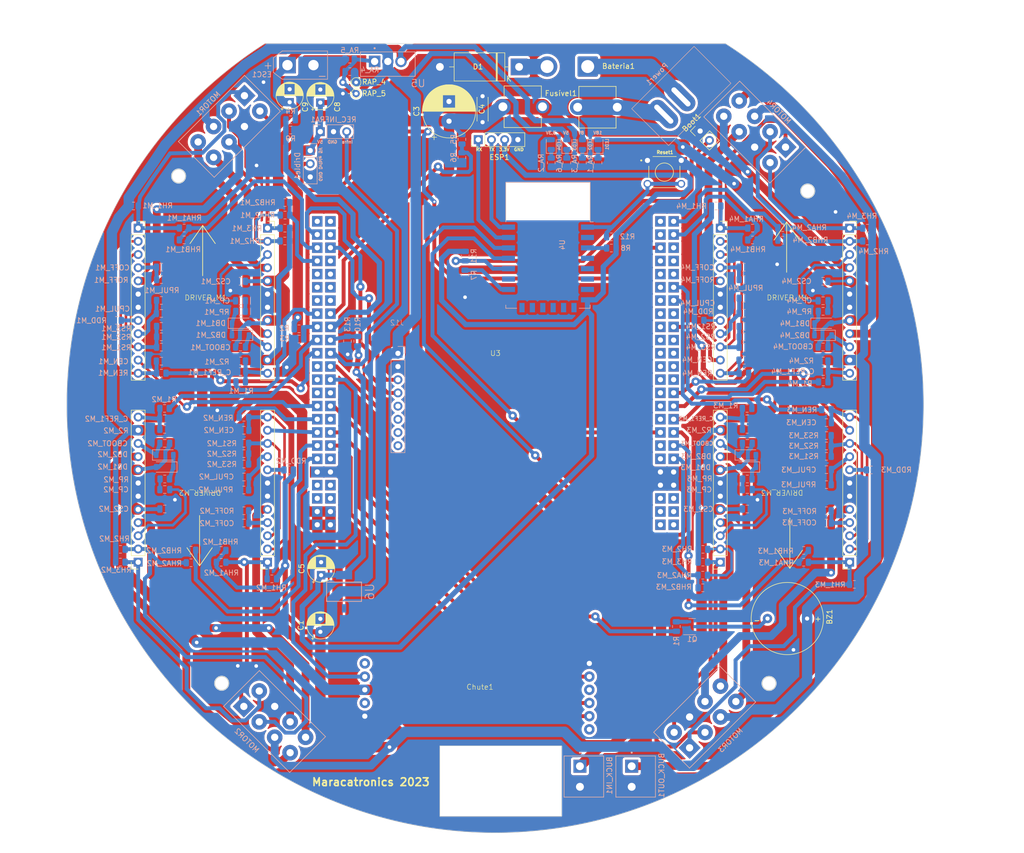
<source format=kicad_pcb>
(kicad_pcb (version 20221018) (generator pcbnew)
  (layers (0 "F.Cu" signal) (31 "B.Cu" signal) (34 "B.Paste" user) (35 "F.Paste" user) (36 "B.SilkS" user "B.Silkscreen") (37 "F.SilkS" user "F.Silkscreen") (38 "B.Mask" user) (39 "F.Mask" user) (44 "Edge.Cuts" user))
  (net 0 "")
  (net 1 "GND")
  (net 2 "PWM_RODA_1")
  (net 3 "Net-(U4-GPIO15)")
  (net 4 "Net-(U4-EN)")
  (net 5 "Net-(U4-~{RST})")
  (net 18 "SCL_GIRO")
  (net 19 "SDA_GIRO")
  (net 20 "H1_M1")
  (net 21 "VREF_M1")
  (net 22 "PWM_RODA_2")
  (net 23 "18V")
  (net 24 "5V")
  (net 25 "MOTOR1_3")
  (net 26 "MOTOR1_2")
  (net 27 "HALL1_M1")
  (net 28 "HALL3_M1")
  (net 29 "HALL2_M1")
  (net 30 "MOTOR1_1")
  (net 31 "TACHO_M1")
  (net 32 "FWD{slash}REV_M1")
  (net 33 "EN_M1")
  (net 34 "H2_M1")
  (net 35 "8V")
  (net 36 "VREF_M2")
  (net 37 "VREF_M3")
  (net 38 "PWM_RODA_3")
  (net 39 "PWM_RODA_4")
  (net 40 "3,3V")
  (net 41 "MOTOR2_3")
  (net 42 "MOTOR2_2")
  (net 43 "HALL1_M2")
  (net 44 "HALL3_M2")
  (net 45 "HALL2_M2")
  (net 46 "MOTOR2_1")
  (net 47 "TACHO_M2")
  (net 48 "FWD{slash}REV_M2")
  (net 49 "EN_M2")
  (net 50 "MOTOR3_3")
  (net 51 "MOTOR3_2")
  (net 52 "HALL1_M3")
  (net 53 "HALL3_M3")
  (net 54 "HALL2_M3")
  (net 55 "MOTOR3_1")
  (net 56 "TACHO_M3")
  (net 57 "FWD{slash}REV_M3")
  (net 58 "EN_M3")
  (net 59 "VREF_M4")
  (net 60 "MOTOR4_3")
  (net 61 "MOTOR4_2")
  (net 62 "HALL1_M4")
  (net 63 "HALL3_M4")
  (net 64 "HALL2_M4")
  (net 65 "MOTOR4_1")
  (net 66 "TACHO_M4")
  (net 67 "FWD{slash}REV_M4")
  (net 68 "EN_M4")
  (net 69 "H1_M2")
  (net 70 "H1_M3")
  (net 71 "H1_M4")
  (net 72 "H2_M2")
  (net 73 "H2_M3")
  (net 74 "H2_M4")
  (net 75 "IO0")
  (net 77 "SCL_ESP")
  (net 78 "LEITURA_BATERIA")
  (net 79 "ADC_Chute")
  (net 80 "Buzzer")
  (net 81 "PWM_Carregamento")
  (net 82 "IR PWM")
  (net 83 "INFRA")
  (net 84 "BAT_NEG")
  (net 85 "BAT_POS")
  (net 86 "Net-(LED2-K)")
  (net 87 "Net-(LED3-K)")
  (net 88 "Net-(Q1-B)")
  (net 89 "Net-(U5-ADJ)")
  (net 98 "DISPARO NORMAL")
  (net 99 "DISPARO CHIP KICK")
  (net 100 "DRIBLE")
  (net 101 "Net-(BZ1-+)")
  (net 102 "VBOOT_M3")
  (net 103 "DIAG{slash}EN_M3")
  (net 104 "RCOFF_M3")
  (net 105 "RCPULSE_M3")
  (net 106 "VCP_M3")
  (net 107 "Net-(CP_M3-Pad2)")
  (net 108 "Net-(DB1_M3-K)")
  (net 109 "SENSE_M3")
  (net 110 "VBOOT_M4")
  (net 111 "DIAG{slash}EN_M4")
  (net 112 "RCOFF_M4")
  (net 113 "RCPULSE_M4")
  (net 114 "VCP_M4")
  (net 115 "Net-(CP_M4-Pad2)")
  (net 116 "Net-(DB1_M4-K)")
  (net 117 "SENSE_M4")
  (net 118 "VBOOT_M1")
  (net 119 "VBOOT_M2")
  (net 120 "DIAG{slash}EN_M1")
  (net 121 "DIAG{slash}EN_M2")
  (net 122 "RCOFF_M1")
  (net 123 "RCOFF_M2")
  (net 124 "RCPULSE_M1")
  (net 125 "RCPULSE_M2")
  (net 126 "VCP_M1")
  (net 127 "Net-(CP_M1-Pad2)")
  (net 128 "VCP_M2")
  (net 129 "Net-(CP_M2-Pad2)")
  (net 130 "Net-(DB1_M1-K)")
  (net 131 "Net-(DB1_M2-K)")
  (net 132 "SENSE_M1")
  (net 133 "SENSE_M2")
  (net 134 "Net-(LED1-K)")
  (net 135 "Net-(LED4-K)")
  (net 172 "SDA_ESP")
  (net 186 "Net-(ESP1-Pin_1)")
  (net 187 "Net-(ESP1-Pin_2)")
  (net 188 "Net-(Fusível1-Pin_2)")
  (net 190 "LEITURA_5V")
  (net 191 "LEITURA_8V")
  (net 192 "LEITURA_3.3V")
  (footprint "Capacitor_THT:C_Disc_D4.3mm_W1.9mm_P5.00mm" (layer "F.Cu") (at 139.2225 40.2015 90)
    (fp_text reference "C4")
    (fp_text value "100n")
  )
  (footprint "Diode_THT:D_DO-201AD_P15.24mm_Horizontal" (layer "F.Cu") (at 146.2475 29.5575 180)
    (fp_text reference "D1")
    (fp_text value "1N5408")
  )
  (footprint "Maraca:FUSE_BK-6003M" (layer "F.Cu") (at 154.1375 37.3175)
    (fp_text reference "Fusível1")
    (fp_text value "Fusível")
  )
  (footprint "Maraca:Adaptador L6235" (layer "F.Cu") (at 85.9375 74.4975)
    (fp_text reference "DRIVER_M1")
    (fp_text value "L6235D")
  )
  (footprint "Resistor_THT:R_Axial_DIN0204_L3.6mm_D1.6mm_P2.54mm_Vertical" (layer "F.Cu") (at 114.8875 32.5375 180)
    (fp_text reference "RAP_4")
    (fp_text value "1k")
  )
  (footprint "Capacitor_THT:CP_Radial_D5.0mm_P2.50mm" (layer "F.Cu") (at 107.9975 36.4275 90)
    (fp_text reference "C8")
    (fp_text value "100u")
  )
  (footprint "Capacitor_THT:CP_Radial_D5.0mm_P2.50mm" (layer "F.Cu") (at 108.0075 138.3375 90)
    (fp_text reference "C1")
    (fp_text value "10u")
  )
  (footprint "Maraca:Conn_2x11_Maraca_Chute_Placa" (layer "F.Cu") (at 138.2175 149.4575)
    (fp_text reference "Chute1")
    (fp_text value "Chute1")
  )
  (footprint "Connector_Wire:SolderWire-2sqmm_1x02_P7.8mm_D2mm_OD3.9mm" (layer "F.Cu") (at 159.4475 29.4875 180)
    (fp_text reference "Bateria1")
    (fp_text value "Bateria")
  )
  (footprint "Maraca:STM32MARACA_3D" (layer "F.Cu") (at 141.6975 87.2375)
    (fp_text reference "U3")
    (fp_text value "STM32F401VETx")
  )
  (footprint "Capacitor_THT:CP_Radial_D5.0mm_P2.50mm" (layer "F.Cu") (at 102.0975 36.357613 90)
    (fp_text reference "C9")
    (fp_text value "100u")
  )
  (footprint "Maraca:Adaptador L6235" (layer "F.Cu") (at 196.8675 111.03225 180)
    (fp_text reference "DRIVER_M3")
    (fp_text value "L6235D")
  )
  (footprint "Resistor_THT:R_Axial_DIN0204_L3.6mm_D1.6mm_P2.54mm_Vertical" (layer "F.Cu") (at 114.8875 34.6975 180)
    (fp_text reference "RAP_5")
    (fp_text value "3.3k")
  )
  (footprint "Maraca:SW_1825910-6-4" (layer "F.Cu") (at 174.2025 49.8175)
    (fp_text reference "Reset1")
    (fp_text value "1825910-6")
  )
  (footprint "Maraca:Adaptador L6235" (layer "F.Cu") (at 84.8455 111.03225 180)
    (fp_text reference "DRIVER_M2")
    (fp_text value "L6235D")
  )
  (footprint "Capacitor_THT:CP_Radial_D10.0mm_P3.80mm" (layer "F.Cu") (at 132.7635 40.012151 90)
    (fp_text reference "C3")
    (fp_text value "1000u")
  )
  (footprint "Connector_PinHeader_2.54mm:PinHeader_1x04_P2.54mm_Vertical" (layer "F.Cu") (at 138.3925 43.5675 90)
    (fp_text reference "ESP1")
    (fp_text value "Conversor")
  )
  (footprint "Maraca:Adaptador L6235" (layer "F.Cu") (at 197.9595 74.4975)
    (fp_text reference "DRIVER_M4")
    (fp_text value "L6235D")
  )
  (footprint "Capacitor_THT:CP_Radial_D5.0mm_P2.50mm" (layer "F.Cu") (at 108.1475 127.4275 90)
    (fp_text reference "C5")
    (fp_text value "100u")
  )
  (footprint "Maraca:XDCR_CPI-137-12T" (layer "F.Cu") (at 197.8625 135.7775 -90)
    (fp_text reference "BZ1")
    (fp_text value "Buzzer")
  )
  (footprint "Connector_PinHeader_2.54mm:PinHeader_1x02_P2.54mm_Vertical" (layer "F.Cu") (at 181.0875 41.9075 45)
    (fp_text reference "Boot1")
    (fp_text value "Boot1")
  )
  (footprint "Resistor_SMD:R_0805_2012Metric" (layer "B.Cu") (at 103.91 81.9575 180)
    (fp_text reference "R3")
    (fp_text value "1M")
  )
  (footprint "Resistor_SMD:R_0805_2012Metric" (layer "B.Cu") (at 196.96375 62.926)
    (fp_text reference "RHB2_M4")
    (fp_text value "2.2k")
  )
  (footprint "Capacitor_SMD:C_0805_2012Metric" (layer "B.Cu") (at 190.165 110.93925 180)
    (fp_text reference "CP_M3")
    (fp_text value "100n")
  )
  (footprint "Resistor_SMD:R_0805_2012Metric" (layer "B.Cu") (at 101.9075 107.16225 180)
    (fp_text reference "RDD_M2")
    (fp_text value "1k")
  )
  (footprint "Resistor_SMD:R_0805_2012Metric" (layer "B.Cu") (at 101.185 60.6175)
    (fp_text reference "RH3_M1")
    (fp_text value "10k")
  )
  (footprint "Resistor_SMD:R_0805_2012Metric" (layer "B.Cu") (at 93.2975 104.0275)
    (fp_text reference "RS2_M2")
    (fp_text value "1")
  )
  (footprint "Resistor_SMD:R_0805_2012Metric" (layer "B.Cu") (at 180.8975 78.3675)
    (fp_text reference "RDD_M4")
    (fp_text value "1k")
  )
  (footprint "Capacitor_SMD:C_0805_2012Metric" (layer "B.Cu") (at 93.2975 117.39125 180)
    (fp_text reference "COFF_M2")
    (fp_text value "1n")
  )
  (footprint "Diode_SMD:D_SOD-123" (layer "B.Cu") (at 92.64 78.9225)
    (fp_text reference "DB1_M1")
    (fp_text value "1N4148")
  )
  (footprint "Resistor_SMD:R_0805_2012Metric" (layer "B.Cu") (at 205.3975 109.9955 180)
    (fp_text reference "RPUL_M3")
    (fp_text value "47k")
  )
  (footprint "Capacitor_SMD:C_0805_2012Metric" (layer "B.Cu") (at 204.7425 74.5905)
    (fp_text reference "CP_M4")
    (fp_text value "100n")
  )
  (footprint "Capacitor_SMD:C_0805_2012Metric" (layer "B.Cu") (at 205.4 117.39125 180)
    (fp_text reference "COFF_M3")
    (fp_text value "1n")
  )
  (footprint "Resistor_SMD:R_0805_2012Metric" (layer "B.Cu") (at 135.2475 43.4975 -90)
    (fp_text reference "R5")
    (fp_text value "10M")
  )
  (footprint "Capacitor_SMD:C_0805_2012Metric" (layer "B.Cu") (at 190.1275 97.32025)
    (fp_text reference "C_REF1_M3")
    (fp_text value "33n")
  )
  (footprint "Capacitor_SMD:C_0805_2012Metric" (layer "B.Cu") (at 78.0625 114.68825)
    (fp_text reference "CS2_M2")
    (fp_text value "100n")
  )
  (footprint "Capacitor_SMD:C_0805_2012Metric" (layer "B.Cu") (at 189.5075 68.1385)
    (fp_text reference "COFF_M4")
    (fp_text value "1n")
  )
  (footprint "Resistor_SMD:R_0805_2012Metric" (layer "B.Cu") (at 93.2975 106.0275)
    (fp_text reference "RS3_M2")
    (fp_text value "1")
  )
  (footprint "Resistor_SMD:R_0805_2012Metric" (layer "B.Cu") (at 201.01375 124.941 180)
    (fp_text reference "RHA1_M3")
    (fp_text value "1k")
  )
  (footprint "Diode_SMD:D_SOD-123" (layer "B.Cu") (at 78.0625 106.60725 180)
    (fp_text reference "DB1_M2")
    (fp_text value "1N4148")
  )
  (footprint "Resistor_SMD:R_0805_2012Metric" (layer "B.Cu") (at 101.1975 55.6775 180)
    (fp_text reference "RHB2_M1")
    (fp_text value "2.2k")
  )
  (footprint "LED_SMD:LED_0805_2012Metric" (layer "B.Cu") (at 161.4375 44.52 90)
    (fp_text reference "LED1")
    (fp_text value "LED")
  )
  (footprint "Maraca:TE_1586037-8b" (layer "B.Cu") (at 93.277803 152.6975 -45)
    (fp_text reference "MOTOR2")
    (fp_text value "CONECTOR MOTOR 2")
  )
  (footprint "Capacitor_SMD:C_0805_2012Metric" (layer "B.Cu") (at 78.025 97.32025)
    (fp_text reference "C_REF1_M2")
    (fp_text value "33n")
  )
  (footprint "Resistor_SMD:R_0805_2012Metric" (layer "B.Cu") (at 102.2775 39.7375 180)
    (fp_text reference "R4")
    (fp_text value "10M")
  )
  (footprint "Capacitor_SMD:C_0805_2012Metric" (layer "B.Cu") (at 190.165 114.68825)
    (fp_text reference "CS2_M3")
    (fp_text value "100n")
  )
  (footprint "Capacitor_SMD:C_0805_2012Metric" (layer "B.Cu") (at 93.2975 99.5275 180)
    (fp_text reference "CEN_M2")
    (fp_text value "10n")
  )
  (footprint "Resistor_SMD:R_0805_2012Metric" (layer "B.Cu") (at 135.2475 46.9975 -90)
    (fp_text reference "R6")
    (fp_text value "1M")
  )
  (footprint "Resistor_SMD:R_0805_2012Metric" (layer "B.Cu") (at 92.6775 86.1775 180)
    (fp_text reference "R2_M1")
    (fp_text value "3.3k")
  )
  (footprint "LED_SMD:LED_0805_2012Metric" (layer "B.Cu") (at 152.4375 44.52 90)
    (fp_text reference "LED4")
    (fp_text value "LED")
  )
  (footprint "Capacitor_SMD:C_0805_2012Metric" (layer "B.Cu") (at 204.78 88.2095 180)
    (fp_text reference "C_REF1_M4")
    (fp_text value "33n")
  )
  (footprint "Resistor_SMD:R_0805_2012Metric" (layer "B.Cu") (at 77.3975 83.5275 180)
    (fp_text reference "RS1_M1")
    (fp_text value "1")
  )
  (footprint "Resistor_SMD:R_0805_2012Metric" (layer "B.Cu") (at 181.62 124.91225 180)
    (fp_text reference "RH3_M3")
    (fp_text value "10k")
  )
  (footprint "Resistor_SMD:R_0805_2012Metric" (layer "B.Cu") (at 204.7425 76.6225 180)
    (fp_text reference "RP_M4")
    (fp_text value "100")
  )
  (footprint "Diode_SMD:D_SOD-123" (layer "B.Cu") (at 78.0625 104.27925)
    (fp_text reference "DB2_M2")
    (fp_text value "1N4148")
  )
  (footprint "Capacitor_SMD:C_0805_2012Metric" (layer "B.Cu") (at 92.64 74.5905)
    (fp_text reference "CP_M1")
    (fp_text value "100n")
  )
  (footprint "Maraca:TE_1586037-8b" (layer "B.Cu") (at 197.517348 45.007652 135)
    (fp_text reference "MOTOR4")
    (fp_text value "CONECTOR MOTOR 4")
  )
  (footprint "Connector_PinHeader_2.54mm:PinHeader_1x03_P2.54mm_Vertical" (layer "B.Cu") (at 107.9975 42.0275 -90)
    (fp_text reference "REC_INFRA1")
    (fp_text value "JST 3 PIN - INFRA")
  )
  (footprint "Capacitor_SMD:C_0805_2012Metric" (layer "B.Cu") (at 77.405 68.1385)
    (fp_text reference "COFF_M1")
    (fp_text value "1n")
  )
  (footprint "Diode_SMD:D_SOD-123" (layer "B.Cu") (at 190.165 104.27925)
    (fp_text reference "DB2_M3")
    (fp_text value "1N4148")
  )
  (footprint "Resistor_SMD:R_0805_2012Metric" (layer "B.Cu") (at 190.1275 95.32025)
    (fp_text reference "R1_M3")
    (fp_text value "22k")
  )
  (footprint "Resistor_SMD:R_0805_2012Metric" (layer "B.Cu") (at 101.1675 63.0775)
    (fp_text reference "RH2_M1")
    (fp_text value "10k")
  )
  (footprint "Resistor_SMD:R_0805_2012Metric" (layer "B.Cu") (at 72.0575 56.3375 180)
    (fp_text reference "RH1_M1")
    (fp_text value "10k")
  )
  (footprint "Resistor_SMD:R_0805_2012Metric" (layer "B.Cu") (at 78.0625 108.90725)
    (fp_text reference "RP_M2")
    (fp_text value "100")
  )
  (footprint "Resistor_SMD:R_0805_2012Metric" (layer "B.Cu") (at 115.18375 82.37 90)
    (fp_text reference "R10")
    (fp_text value "10M")
  )
  (footprint "Resistor_SMD:R_0805_2012Metric" (layer "B.Cu") (at 81.79125 62.8675)
    (fp_text reference "RHB1_M1")
    (fp_text value "2.2k")
  )
  (footprint "Resistor_SMD:R_0805_2012Metric" (layer "B.Cu") (at 214.01 107.16225 180)
    (fp_text reference "RDD_M3")
    (fp_text value "1k")
  )
  (footprint "Resistor_SMD:R_0805_2012Metric" (layer "B.Cu") (at 68.795 78.3675)
    (fp_text reference "RDD_M1")
    (fp_text value "1k")
  )
  (footprint "Resistor_SMD:R_0805_2012Metric" (layer "B.Cu") (at 161.4375 48.02 -90)
    (fp_text reference "RA_1")
    (fp_text value "2.2k")
  )
  (footprint "Resistor_SMD:R_0805_2012Metric" (layer "B.Cu") (at 189.5075 74.0975)
    (fp_text reference "RPUL_M4")
    (fp_text value "47k")
  )
  (footprint "Resistor_SMD:R_0805_2012Metric" (layer "B.Cu") (at 81.79125 60.58875)
    (fp_text reference "RHA1_M1")
    (fp_text value "1k")
  )
  (footprint "Resistor_SMD:R_0805_2012Metric" (layer "B.Cu") (at 152.4375 48.02 -90)
    (fp_text reference "RA_2")
    (fp_text value "270")
  )
  (footprint "Capacitor_SMD:C_0805_2012Metric" (layer "B.Cu") (at 204.7425 70.8415 180)
    (fp_text reference "CS2_M4")
    (fp_text value "100n")
  )
  (footprint "Maraca:TE_1586037-8b" (layer "B.Cu") (at 179.0575 160.6675 45)
    (fp_text reference "MOTOR3")
    (fp_text value "CONECTOR MOTOR 3")
  )
  (footprint "Resistor_SMD:R_0805_2012Metric" (layer "B.Cu") (at 205.3975 95.5475)
    (fp_text reference "REN_M3")
    (fp_text value "100k")
  )
  (footprint "Maraca:E-SWITCH_Maraca" (layer "B.Cu") (at 178.9975 33.7375 45)
    (fp_text reference "Power1")
    (fp_text value "INTERRUPTOR")
  )
  (footprint "Resistor_SMD:R_0805_2012Metric" (layer "B.Cu") (at 204.78 90.2095 180)
    (fp_text reference "R1_M4")
    (fp_text value "22k")
  )
  (footprint "LED_SMD:LED_0805_2012Metric" (layer "B.Cu") (at 158.4375 44.52 90)
    (fp_text reference "LED2")
    (fp_text value "LED")
  )
  (footprint "Resistor_SMD:R_0805_2012Metric" (layer "B.Cu") (at 77.3975 88.5275 180)
    (fp_text reference "REN_M1")
    (fp_text value "100k")
  )
  (footprint "Capacitor_SMD:C_0805_2012Metric" (layer "B.Cu") (at 92.6775 88.2095 180)
    (fp_text reference "C_REF1_M1")
    (fp_text value "33n")
  )
  (footprint "Resistor_SMD:R_0805_2012Metric" (layer "B.Cu") (at 88.91125 122.66225 180)
    (fp_text reference "RHB1_M2")
    (fp_text value "2.2k")
  )
  (footprint "Resistor_SMD:R_0805_2012Metric" (layer "B.Cu") (at 93.2975 111.0275 180)
    (fp_text reference "RPUL_M2")
    (fp_text value "47k")
  )
  (footprint "Resistor_SMD:R_0805_2012Metric" (layer "B.Cu") (at 176.512887 137.315 -90)
    (fp_text reference "R1")
    (fp_text value "220")
  )
  (footprint "Resistor_SMD:R_0805_2012Metric" (layer "B.Cu") (at 83.1075 122.6175 180)
    (fp_text reference "RHB2_M2")
    (fp_text value "2.2k")
  )
  (footprint "Connector_PinHeader_2.54mm:PinHeader_1x03_P2.54mm_Vertical" (layer "B.Cu") (at 106.0575 45.6675 180)
    (fp_text reference "Drible1")
    (fp_text value "JST 3 PIN - ESC")
  )
  (footprint "Resistor_SMD:R_0805_2012Metric" (layer "B.Cu") (at 201.01375 122.66225 180)
    (fp_text reference "RHB1_M3")
    (fp_text value "2.2k")
  )
  (footprint "Resistor_SMD:R_0805_2012Metric" (layer "B.Cu") (at 135.8475 69.6175 -90)
    (fp_text reference "R7")
    (fp_text value "10k")
  )
  (footprint "Maraca:Girócópio" (layer "B.Cu") (at 122.7575 79.3175 180)
    (fp_text reference "J12")
    (fp_text value "MPU1")
  )
  (footprint "Resistor_SMD:R_0805_2012Metric" (layer "B.Cu") (at 190.1275 99.35225)
    (fp_text reference "R2_M3")
    (fp_text value "3.3k")
  )
  (footprint "Resistor_SMD:R_0805_2012Metric" (layer "B.Cu") (at 189.5075 88.5455 180)
    (fp_text reference "REN_M4")
    (fp_text value "100k")
  )
  (footprint "Resistor_SMD:R_0805_2012Metric" (layer "B.Cu") (at 92.6775 90.2095 180)
    (fp_text reference "R1_M1")
    (fp_text value "22k")
  )
  (footprint "Capacitor_SMD:C_0805_2012Metric" (layer "B.Cu") (at 78.0625 110.93925 180)
    (fp_text reference "CP_M2")
    (fp_text value "100n")
  )
  (footprint "Capacitor_SMD:C_0805_2012Metric" (layer "B.Cu") (at 92.64 70.8415 180)
    (fp_text reference "CS2_M1")
    (fp_text value "100n")
  )
  (footprint "Resistor_SMD:R_0805_2012Metric" (layer "B.Cu") (at 78.025 95.32025)
    (fp_text reference "R1_M2")
    (fp_text value "22k")
  )
  (footprint "Resistor_SMD:R_0805_2012Metric" (layer "B.Cu") (at 189.5075 83.5455 180)
    (fp_text reference "RS3_M4")
    (fp_text value "1")
  )
  (footprint "Resistor_SMD:R_0805_2012Metric" (layer "B.Cu") (at 205.3975 104.5475)
    (fp_text reference "RS1_M3")
    (fp_text value "1")
  )
  (footprint "Capacitor_SMD:C_0805_2012Metric" (layer "B.Cu") (at 77.3975 77.0275)
    (fp_text reference "CPUL_M1")
    (fp_text value "10n")
  )
  (footprint "LED_SMD:LED_0805_2012Metric" (layer "B.Cu") (at 155.4375 44.52 90)
    (fp_text reference "LED3")
    (fp_text value "LED")
  )
  (footprint "Resistor_SMD:R_0805_2012Metric" (layer "B.Cu") (at 210.7475 129.19225)
    (fp_text reference "RH1_M3")
    (fp_text value "10k")
  )
  (footprint "Resistor_SMD:R_0805_2012Metric" (layer "B.Cu") (at 205.3975 102.5475)
    (fp_text reference "RS2_M3")
    (fp_text value "1")
  )
  (footprint "Resistor_SMD:R_0805_2012Metric" (layer "B.Cu") (at 69.535 122.45225 180)
    (fp_text reference "RH2_M2")
    (fp_text value "10k")
  )
  (footprint "Maraca:TE_1586037-8b" (layer "B.Cu") (at 93.3975 35.097803 -135)
    (fp_text reference "MOTOR1")
    (fp_text value "CONECTOR MOTOR 1")
  )
  (footprint "Resistor_SMD:R_0805_2012Metric" (layer "B.Cu") (at 189.5075 79.5455 180)
    (fp_text reference "RS1_M4")
    (fp_text value "1")
  )
  (footprint "Resistor_SMD:R_0805_2012Metric" (layer "B.Cu") (at 190.165 108.90725)
    (fp_text reference "RP_M3")
    (fp_text value "100")
  )
  (footprint "Maraca:SOT230P696X180-4N" (layer "B.Cu") (at 112.5675 130.6179 90)
    (fp_text reference "U6")
    (fp_text value "LM1117MP-3.3/TR")
  )
  (footprint "Resistor_SMD:R_0805_2012Metric" (layer "B.Cu") (at 164.0025 64.4375 180)
    (fp_text reference "R8")
    (fp_text value "10k")
  )
  (footprint "Maraca:TO254P1054X470X1955-3" (layer "B.Cu") (at 120.9875 28.5075)
    (fp_text reference "U5")
    (fp_text value "LM338T")
  )
  (footprint "Resistor_SMD:R_0805_2012Metric" (layer "B.Cu") (at 113.22375 82.3625 -90)
    (fp_text reference "R13")
    (fp_text value "1M")
  )
  (footprint "Resistor_SMD:R_0805_2012Metric" (layer "B.Cu") (at 93.2975 97.0275)
    (fp_text reference "REN_M2")
    (fp_text value "100k")
  )
  (footprint "Capacitor_SMD:C_0805_2012Metric" (layer "B.Cu") (at 204.7425 83.4805)
    (fp_text reference "CBOOT_M4")
    (fp_text value "220n")
  )
  (footprint "Resistor_SMD:R_0805_2012Metric" (layer "B.Cu") (at 205.4 115.02125 180)
    (fp_text reference "ROFF_M3")
    (fp_text value "33k")
  )
  (footprint "Resistor_SMD:R_0805_2012Metric" (layer "B.Cu") (at 184.16 56.3375 180)
    (fp_text reference "RH1_M4")
    (fp_text value "10k")
  )
  (footprint "Resistor_SMD:R_0805_2012Metric" (layer "B.Cu") (at 102.2875 41.7175)
    (fp_text reference "R9")
    (fp_text value "1M")
  )
  (footprint "Capacitor_SMD:C_0805_2012Metric" (layer "B.Cu") (at 205.3975 107.1075 180)
    (fp_text reference "CPUL_M3")
    (fp_text value "10n")
  )
  (footprint "Maraca:AMASS_XT30UPB-F_1x02_P5.0mm_Vertical" (layer "B.Cu") (at 101.6775 29.2175)
    (fp_text reference "ESC1")
    (fp_text value "XT30PB - ESC_DRIBLE_POWER")
  )
  (footprint "Resistor_SMD:R_0805_2012Metric" (layer "B.Cu") (at 181.6375 122.45225 180)
    (fp_text reference "RH2_M3")
    (fp_text value "10k")
  )
  (footprint "Maraca:TE_640388-2" (layer "B.Cu") (at 167.9175 164.215 90)
    (fp_text reference "BUCK_OUT1")
    (fp_text value "Saida_Buck_5V")
  )
  (footprint "Resistor_SMD:R_0805_2012Metric" (layer "B.Cu") (at 78.025 99.35225)
    (fp_text reference "R2_M2")
    (fp_text value "3.3k")
  )
  (footprint "Capacitor_SMD:C_0805_2012Metric" (layer "B.Cu") (at 190.165 102.04925 180)
    (fp_text reference "CBOOT_M3")
    (fp_text value "220n")
  )
  (footprint "Resistor_SMD:R_0805_2012Metric" (layer "B.Cu") (at 181.6 127.43225 180)
    (fp_text reference "RHA2_M3")
    (fp_text value "1k")
  )
  (footprint "Resistor_SMD:R_0805_2012Metric" (layer "B.Cu") (at 113.685 30.4675 180)
    (fp_text reference "RA_4")
    (fp_text value "1k")
  )
  (footprint "Maraca:TE_640388-2" (layer "B.Cu") (at 157.9575 164.215 90)
    (fp_text reference "BUCK_IN1")
    (fp_text value "Entrada_Buck_5V")
  )
  (footprint "Resistor_SMD:R_0805_2012Metric" (layer "B.Cu") (at 204.78 86.1775 180)
    (fp_text reference "R2_M4")
    (fp_text value "3.3k")
  )
  (footprint "Capacitor_SMD:C_0805_2012Metric" (layer "B.Cu") (at 93.2975 108.5275 180)
    (fp_text reference "CPUL_M2")
    (fp_text value "10n")
  )
  (footprint "Resistor_SMD:R_0805_2012Metric" (layer "B.Cu") (at 205.3975 100.5475)
    (fp_text reference "RS3_M3")
    (fp_text value "1")
  )
  (footprint "Capacitor_SMD:C_0805_2012Metric" (layer "B.Cu") (at 78.0625 102.04925 180)
    (fp_text reference "CBOOT_M2")
    (fp_text value "220n")
  )
  (footprint "Diode_SMD:D_SOD-123" (layer "B.Cu") (at 92.64 81.2505 180)
    (fp_text reference "DB2_M1")
    (fp_text value "1N4148")
  )
  (footprint "Capacitor_SMD:C_0805_2012Metric" (layer "B.Cu") (at 189.5075 76.9855)
    (fp_text reference "CPUL_M4")
    (fp_text value "10n")
  )
  (footprint "Resistor_SMD:R_0805_2012Metric" (layer "B.Cu") (at 98.6725 128.1275)
    (fp_text reference "RH1_M2")
    (fp_text value "10k")
  )
  (footprint "Resistor_SMD:R_0805_2012Metric" (layer "B.Cu") (at 213.2875 60.6175)
    (fp_text reference "RH3_M4")
    (fp_text value "10k")
  )
  (footprint "Resistor_SMD:R_0805_2012Metric" (layer "B.Cu") (at 103.8975 79.9875)
    (fp_text reference "R2")
    (fp_text value "10M")
  )
  (footprint "Resistor_SMD:R_0805_2012Metric" (layer "B.Cu") (at 69.5175 124.91225 180)
    (fp_text reference "RH3_M2")
    (fp_text value "10k")
  )
  (footprint "Resistor_SMD:R_0805_2012Metric" (layer "B.Cu") (at 88.91125 124.941 180)
    (fp_text reference "RHA1_M2")
    (fp_text value "1k")
  )
  (footprint "Capacitor_SMD:C_0805_2012Metric" (layer "B.Cu") (at 189.5075 86.0455)
    (fp_text reference "CEN_M4")
    (fp_text value "10n")
  )
  (footprint "Resistor_SMD:R_0805_2012Metric" (layer "B.Cu") (at 101.205 58.0975)
    (fp_text reference "RHA2_M1")
    (fp_text value "1k")
  )
  (footprint "Resistor_SMD:R_0805_2012Metric" (layer "B.Cu") (at 155.4375 48.02 -90)
    (fp_text reference "RA_6")
    (fp_text value "470")
  )
  (footprint "Package_TO_SOT_SMD:SOT-23" (layer "B.Cu") (at 179.5575 137.3375)
    (fp_text reference "Q1")
    (fp_text value "2N3904")
  )
  (footprint "Resistor_SMD:R_0805_2012Metric" (layer "B.Cu") (at 113.635 28.0675 180)
    (fp_text reference "RA_5")
    (fp_text value "3.3k")
  )
  (footprint "Resistor_SMD:R_0805_2012Metric" (layer "B.Cu") (at 191.16 62.88125)
    (fp_text reference "RHB1_M4")
    (fp_text value "2.2k")
  )
  (footprint "Resistor_SMD:R_0805_2012Metric" (layer "B.Cu") (at 213.27 63.0775)
    (fp_text reference "RH2_M4")
    (fp_text value "10k")
  )
  (footprint "Resistor_SMD:R_0805_2012Metric" (layer "B.Cu") (at 181.6075 129.85225)
    (fp_text reference "RHB2_M3")
    (fp_text value "2.2k")
  )
  (footprint "Resistor_SMD:R_0805_2012Metric" (layer "B.Cu") (at 189.5075 70.5085)
    (fp_text reference "ROFF_M4")
    (fp_text value "33k")
  )
  (footprint "Resistor_SMD:R_0805_2012Metric" (layer "B.Cu") (at 93.2975 115.02125 180)
    (fp_text reference "ROFF_M2")
    (fp_text value "33k")
  )
  (footprint "Capacitor_SMD:C_0805_2012Metric" (layer "B.Cu") (at 205.3975 98.0475 180)
    (fp_text reference "CEN_M3")
    (fp_text value "10n")
  )
  (footprint "Resistor_SMD:R_0805_2012Metric" (layer "B.Cu") (at 77.3975 74.5275)
    (fp_text reference "RPUL_M1")
    (fp_text value "47k")
  )
  (footprint "Resistor_SMD:R_0805_2012Metric" (layer "B.Cu") (at 93.2975 102.0275)
    (fp_text reference "RS1_M2")
    (fp_text value "1")
  )
  (footprint "Diode_SMD:D_SOD-123" (layer "B.Cu") (at 204.7425 81.2505 180)
    (fp_text reference "DB2_M4")
    (fp_text value "1N4148")
  )
  (footprint "RF_Module:ESP-12E" (layer "B.Cu") (at 151.8075 63.9075 180)
    (fp_text reference "U4")
    (fp_text value "ESP-12E")
  )
  (footprint "Capacitor_SMD:C_0805_2012Metric" (layer "B.Cu") (at 77.3975 86.2275)
    (fp_text reference "CEN_M1")
    (fp_text value "10n")
  )
  (footprint "Resistor_SMD:R_0805_2012Metric" (layer "B.Cu") (at 135.8875 65.99 90)
    (fp_text reference "R11")
    (fp_text value "10k")
  )
  (footprint "Resistor_SMD:R_0805_2012Metric" (layer "B.Cu") (at 196.95625 60.506 180)
    (fp_text reference "RHA2_M4")
    (fp_text value "1k")
  )
  (footprint "Resistor_SMD:R_0805_2012Metric" (layer "B.Cu") (at 83.115 125.0375)
    (fp_text reference "RHA2_M2")
    (fp_text value "1k")
  )
  (footprint "Resistor_SMD:R_0805_2012Metric" (layer "B.Cu") (at 191.16 60.6025)
    (fp_text reference "RHA1_M4")
    (fp_text value "1k")
  )
  (footprint "Resistor_SMD:R_0805_2012Metric" (layer "B.Cu") (at 163.985 62.2775 180)
    (fp_text reference "R12")
    (fp_text value "10k")
  )
  (footprint "Resistor_SMD:R_0805_2012Metric" (layer "B.Cu") (at 77.3975 79.5275 180)
    (fp_text reference "RS3_M1")
    (fp_text value "1")
  )
  (footprint "Resistor_SMD:R_0805_2012Metric" (layer "B.Cu") (at 77.405 70.5085)
    (fp_text reference "ROFF_M1")
    (fp_text value "33k")
  )
  (footprint "Capacitor_SMD:C_0805_2012Metric" (layer "B.Cu") (at 92.64 83.4805)
    (fp_text reference "CBOOT_M1")
    (fp_text value "220n")
  )
  (footprint "Resistor_SMD:R_0805_2012Metric" (layer "B.Cu") (at 92.64 76.6225 180)
    (fp_text reference "RP_M1")
    (fp_text value "100")
  )
  (footprint "Resistor_SMD:R_0805_2012Metric" (layer "B.Cu") (at 77.3975 81.5275 180)
    (fp_text reference "RS2_M1")
    (fp_text value "1")
  )
  (footprint "Resistor_SMD:R_0805_2012Metric" (layer "B.Cu") (at 158.4375 48.02 -90)
    (fp_text reference "RA_3")
    (fp_text value "1k")
  )
  (footprint "Resistor_SMD:R_0805_2012Metric" (layer "B.Cu") (at 189.5075 81.5455 180)
    (fp_text reference "RS2_M4")
    (fp_text value "1")
  )
  (footprint "Diode_SMD:D_SOD-123" (layer "B.Cu") (at 204.7425 78.9225)
    (fp_text reference "DB1_M4")
    (fp_text value "1N4148")
  )
  (footprint "Diode_SMD:D_SOD-123" (layer "B.Cu") (at 190.165 106.60725 180)
    (fp_text reference "DB1_M3")
    (fp_text value "1N4148")
  )
  (gr_line (start 85.3575 60.0975) (end 87.7875 63.5675) (stroke (width 0.15)) (layer "F.SilkS"))
  (gr_line (start 84.7675 125.6175) (end 87.1975 122.1475) (stroke (width 0.15)) (layer "F.SilkS"))
  (gr_line (start 197.7375 59.4325) (end 200.1675 62.9025) (stroke (width 0.15)) (layer "F.SilkS"))
  (gr_line (start 197.7375 69.1025) (end 197.7375 59.4325) (stroke (width 0.15)) (layer "F.SilkS"))
  (gr_line (start 197.7375 59.4325) (end 195.3075 62.9025) (stroke (width 0.15)) (layer "F.SilkS"))
  (gr_line (start 85.3575 60.0975) (end 82.9275 63.5675) (stroke (width 0.15)) (layer "F.SilkS"))
  (gr_line (start 198.3475 126.1025) (end 200.7775 122.6325) (stroke (width 0.15)) (layer "F.SilkS"))
  (gr_line (start 198.3475 116.4325) (end 198.3475 126.1025) (stroke (width 0.15)) (layer "F.SilkS"))
  (gr_line (start 84.7675 115.9475) (end 84.7675 125.6175) (stroke (width 0.15)) (layer "F.SilkS"))
  (gr_line (start 85.3575 69.7675) (end 85.3575 60.0975) (stroke (width 0.15)) (layer "F.SilkS"))
  (gr_line (start 84.7675 125.6175) (end 82.3375 122.1475) (stroke (width 0.15)) (layer "F.SilkS"))
  (gr_line (start 198.3475 126.1025) (end 195.9175 122.6325) (stroke (width 0.15)) (layer "F.SilkS"))
  (gr_circle (center 194.3475 148.2675) (end 195.6975 148.2675) (stroke (width 0.2)) (fill none) (layer "Edge.Cuts"))
  (gr_line (start 185.9675 25.0675) (end 97.335857 25.060078) (stroke (width 0.1)) (layer "Edge.Cuts"))
  (gr_circle (center 80.7275 50.5775) (end 82.0775 50.5775) (stroke (width 0.2)) (fill none) (layer "Edge.Cuts"))
  (gr_circle (center 201.786436 53.458262) (end 203.136436 53.458262) (stroke (width 0.2)) (fill none) (layer "Edge.Cuts"))
  (gr_rect (start 130.9975 160.2775) (end 154.4475 173.8775) (stroke (width 0.1)) (fill none) (layer "Edge.Cuts"))
  (gr_arc (start 185.9675 25.0675) (mid 141.638953 177.020395) (end 97.335857 25.060078) (stroke (width 0.1)) (layer "Edge.Cuts"))
  (gr_circle (center 89.0175 148.2375) (end 90.3675 148.2375) (stroke (width 0.2)) (fill none) (layer "Edge.Cuts"))
  (gr_text "Infra  GND  5V" (at 114.3375 44.3575) (layer "B.SilkS") (effects (font (size 0.6 0.6) (thickness 0.15) bold) (justify left bottom mirror)))
  (gr_text "18V    8V    5V   3,3V  " (at 162.3075 42.6075) (layer "B.SilkS") (effects (font (size 0.6 0.6) (thickness 0.15) bold) (justify left bottom mirror)))
  (gr_text "GND Drible 5V" (at 107.6775 51.6775 270) (layer "B.SilkS") (effects (font (size 0.6 0.6) (thickness 0.15) bold) (justify left bottom mirror)))
  (gr_text "Maracatronics 2023" (at 106.2375 168.1375) (layer "F.SilkS") (effects (font (size 1.5 1.5) (thickness 0.3) bold) (justify left bottom)))
  (gr_text "RX   TX  3,3V  GND" (at 137.8475 45.8175) (layer "F.SilkS") (effects (font (size 0.6 0.6) (thickness 0.15) bold) (justify left bottom)))
  (segment (start 175.9875 110.0975) (end 173.4475 110.0975) (width 2) (layer "F.Cu") (net 1))
  (segment (start 108.1475 50.7475) (end 106.0575 50.7475) (width 0.75) (layer "F.Cu") (net 1))
  (segment (start 107.4075 107.5575) (end 109.9475 107.5575) (width 2) (layer "F.Cu") (net 1))
  (segment (start 93.3975 41.0375) (end 93.7575 41.3975) (width 2) (layer "F.Cu") (net 1))
  (segment (start 110.5375 48.3575) (end 108.1475 50.7475) (width 0.75) (layer "F.Cu") (net 1))
  (segment (start 173.4475 107.5575) (end 175.9875 107.5575) (width 2) (layer "F.Cu") (net 1))
  (segment (start 110.5375 42.0275) (end 110.5375 48.3575) (width 0.75) (layer "F.Cu") (net 1))
  (via (at 95.7275 48.5375) (size 1.5) (drill 0.7) (layers "F.Cu" "B.Cu") (net 1))
  (via (at 113.2675 84.9075) (size 1.5) (drill 0.7) (layers "F.Cu" "B.Cu") (net 1))
  (via (at 88.1775 95.6975) (size 1.5) (drill 0.7) (layers "F.Cu" "B.Cu") (net 1))
  (via (at 101.5275 87.4075) (size 1.5) (drill 0.7) (layers "F.Cu" "B.Cu") (net 1))
  (via (at 97.0675 32.4975) (size 1.5) (drill 0.7) (layers "F.Cu" "B.Cu") (net 1))
  (via (at 80.015 112.90225) (size 1.6) (drill 0.7) (layers "F.Cu" "B.Cu") (net 1))
  (via (at 202.79 72.6275) (size 1.6) (drill 0.7) (layers "F.Cu" "B.Cu") (net 1))
  (via (at 207.1475 57.4775) (size 1.6) (drill 0.7) (layers "F.Cu" "B.Cu") (net 1))
  (via (at 95.6575 144.9175) (size 1.5) (drill 0.7) (layers "F.Cu" "B.Cu") (net 1))
  (via (at 135.8475 73.9075) (size 1.6) (drill 0.7) (layers "F.Cu" "B.Cu") (net 1))
  (via (at 199.0475 141.7975) (size 1.5) (drill 0.7) (layers "F.Cu" "B.Cu") (net 1))
  (via (at 92.1175 144.8875) (size 1.5) (drill 0.7) (layers "F.Cu" "B.Cu") (net 1))
  (via (at 192.1175 112.90225) (size 1.6) (drill 0.7) (layers "F.Cu" "B.Cu") (net 1))
  (via (at 195.9075 67.5675) (size 1.5) (drill 0.7) (layers "F.Cu" "B.Cu") (net 1))
  (via (at 90.6875 72.6275) (size 1.6) (drill 0.7) (layers "F.Cu" "B.Cu") (net 1))
  (segment (start 136.8 70.53) (end 140.6775 74.4075) (width 0.75) (layer "B.Cu") (net 1))
  (segment (start 92.385 115.02125) (end 92.385 117.35375) (width 0.5) (layer "B.Cu") (net 1))
  (segment (start 204.4875 117.35375) (end 204.45 117.39125) (width 0.5) (layer "B.Cu") (net 1))
  (segment (start 72.9455 73.3075) (end 72.9455 75.8475) (width 2) (layer "B.Cu") (net 1))
  (segment (start 187.5075 112.90225) (end 186.8275 112.22225) (width 1.5) (layer "B.Cu") (net 1))
  (segment (start 92.385 106.0275) (end 92.385 108.49) (width 0.5) (layer "B.Cu") (net 1))
  (segment (start 78.31 81.5275) (end 78.31 79.5275) (width 0.5) (layer "B.Cu") (net 1))
  (segment (start 78.3475 83.565) (end 78.31 83.5275) (width 0.5) (layer "B.Cu") (net 1))
  (segment (start 72.9455 109.68225) (end 72.9455 112.22225) (width 2) (layer "B.Cu") (net 1))
  (segment (start 190.42 76.948) (end 190.4575 76.9855) (width 0.5) (layer "B.Cu") (net 1))
  (segment (start 204.485 102.5475) (end 204.485 100.5475) (width 0.5) (layer "B.Cu") (net 1))
  (segment (start 209.8595 75.8475) (end 209.8595 73.3075) (width 2) (layer "B.Cu") (net 1))
  (segment (start 204.4475 104.51) (end 204.485 104.5475) (width 0.5) (layer "B.Cu") (net 1))
  (segment (start 140.6775 74.4075) (end 144.2075 74.4075) (width 0.75) (layer "B.Cu") (net 1))
  (segment (start 204.485 104.5475) (end 204.485 107.07) (width 0.5) (layer "B.Cu") (net 1))
  (segment (start 92.3475 102.03475) (end 92.385 102.07225) (width 0.5) (layer "B.Cu") (net 1))
  (segment (start 97.8375 75.8475) (end 97.8375 73.3075) (width 2) (layer "B.Cu") (net 1))
  (segment (start 209.8595 112.22225) (end 209.8595 109.68225) (width 2) (layer "B.Cu") (net 1))
  (segment (start 78.3475 79.4875) (end 78.31 79.45) (width 0.5) (layer "B.Cu") (net 1))
  (segment (start 104.137613 33.857613) (end 102.0975 33.857613) (width 0.75) (layer "B.Cu") (net 1))
  (segment (start 78.31 79.5275) (end 78.31 77.065) (width 0.5) (layer "B.Cu") (net 1))
  (segment (start 190.42 74.0975) (end 190.42 76.948) (width 0.5) (layer "B.Cu") (net 1))
  (segment (start 161.4375 48.9325) (end 158.4375 48.9325) (width 0.75) (layer "B.Cu") (net 1))
  (segment (start 191.04 97.35775) (end 191.0775 97.32025) (width 0.5) (layer "B.Cu") (net 1))
  (segment (start 131.0075 29.5575) (end 132.7635 36.212151) (width 2) (layer "B.Cu") (net 1))
  (segment (start 78.355 70.471) (end 78.3175 70.5085) (width 0.5) (layer "B.Cu") (net 1))
  (segment (start 190.42 79.5455) (end 190.42 81.5455) (width 0.5) (layer "B.Cu") (net 1))
  (segment (start 92.385 102.0275) (end 92.385 104.0275) (width 0.5) (layer "B.Cu") (net 1))
  (segment (start 92.3475 110.99) (end 92.385 111.0275) (width 0.5) (layer "B.Cu") (net 1))
  (segment (start 107.9975 33.9275) (end 104.137613 33.857613) (width 0.75) (layer "B.Cu") (net 1))
  (segment (start 204.485 104.5475) (end 204.485 102.5475) (width 0.5) (layer "B.Cu") (net 1))
  (segment (start 190.42 70.5085) (end 190.42 71.245) (width 0.5) (layer "B.Cu") (net 1))
  (segment (start 91.765 88.172) (end 91.7275 88.2095) (width 0.5) (layer "B.Cu") (net 1))
  (segment (start 186.8275 112.22225) (end 184.9675 112.22225) (width 1.5) (layer "B.Cu") (net 1))
  (segment (start 190.42 74.0975) (end 190.42 70.5085) (width 0.5) (layer "B.Cu") (net 1))
  (segment (start 92.3475 101.99) (end 92.385 102.0275) (width 0.5) (layer "B.Cu") (net 1))
  (segment (start 190.4375 76.635) (end 190.4 76.5975) (width 0.5) (layer "B.Cu") (net 1))
  (segment (start 106.6775 29.2175) (end 108.8875 29.2175) (width 0.75) (layer "B.Cu") (net 1))
  (segment (start 190.4575 79.508) (end 190.42 79.5455) (width 0.5) (layer "B.Cu") (net 1))
  (segment (start 204.4875 115.02125) (end 204.4875 117.35375) (width 0.5) (layer "B.Cu") (net 1))
  (segment (start 155.4375 48.9325) (end 158.4375 48.9325) (width 0.75) (layer "B.Cu") (net 1))
  (segment (start 78.3475 74.565) (end 78.31 74.5275) (width 0.5) (layer "B.Cu") (net 1))
  (segment (start 92.3475 108.5275) (end 92.3475 110.99) (width 0.5) (layer "B.Cu") (net 1))
  (segment (start 190.42 83.5455) (end 190.42 86.008) (width 0.5) (layer "B.Cu") (net 1))
  (segment (start 204.485 107.07) (end 204.4475 107.1075) (width 0.5) (layer "B.Cu") (net 1))
  (segment (start 109.7175 33.9275) (end 107.9975 33.9275) (width 0.75) (layer "B.Cu") (net 1))
  (segment (start 107.9975 33.9275) (end 106.6775 29.2175) (width 0.75) (layer "B.Cu") (net 1))
  (segment (start 132.7635 36.212151) (end 139.2225 35.2015) (width 2) (layer "B.Cu") (net 1))
  (segment (start 92.3475 99.5275) (end 92.3475 101.99) (width 0.5) (layer "B.Cu") (net 1))
  (segment (start 110.4875 34.6975) (end 109.7175 33.9275) (width 0.75) (layer "B.Cu") (net 1))
  (segment (start 152.4375 48.9325) (end 155.4375 48.9325) (width 0.75) (layer "B.Cu") (net 1))
  (segment (start 78.355 83.495) (end 78.3175 83.4575) (width 0.5) (layer "B.Cu") (net 1))
  (segment (start 204.4475 107.1075) (end 204.4475 109.958) (width 0.5) (layer "B.Cu") (net 1))
  (segment (start 203.8675 86.1775) (end 203.8675 88.172) (width 0.5) (layer "B.Cu") (net 1))
  (segment (start 91.765 86.1775) (end 91.765 88.172) (width 0.5) (layer "B.Cu") (net 1))
  (segment (start 191.04 99.35225) (end 191.04 97.35775) (width 0.5) (layer "B.Cu") (net 1))
  (segment (start 78.3175 68.176) (end 78.355 68.1385) (width 0.5) (layer "B.Cu") (net 1))
  (segment (start 78.31 77.065) (end 78.3475 77.0275) (width 0.5) (layer "B.Cu") (net 1))
  (segment (start 184.9675 73.3075) (end 184.9675 75.8475) (width 2) (layer "B.Cu") (net 1))
  (segment (start 204.4475 109.958) (end 204.485 109.9955) (width 0.5) (layer "B.Cu") (net 1))
  (segment (start 78.355 68.1385) (end 78.355 70.471) (width 0.5) (layer "B.Cu") (net 1))
  (segment (start 190.42 70.5085) (end 190.42 68.176) (width 0.5) (layer "B.Cu") (net 1))
  (segment (start 78.3475 81.4975) (end 78.31 81.46) (width 0.5) (layer "B.Cu") (net 1))
  (segment (start 112.3475 34.6975) (end 110.4875 34.6975) (width 0.75) (layer "B.Cu") (net 1))
  (segment (start 190.42 68.176) (end 190.4575 68.1385) (width 0.5) (layer "B.Cu") (net 1))
  (segment (start 108.8875 29.2175) (end 110.0375 28.0675) (width 0.75) (layer "B.Cu") (net 1))
  (segment (start 191.577651 45.007652) (end 191.307348 45.007652) (width 2) (layer "B.Cu") (net 1))
  (segment (start 110.0375 28.0675) (end 112.7225 28.0675) (width 0.75) (layer "B.Cu") (net 1))
  (segment (start 204.485 98.085) (end 204.4475 98.0475) (width 0.5) (layer "B.Cu") (net 1))
  (segment (start 92.385 108.49) (end 92.3475 108.5275) (width 0.5) (layer "B.Cu") (net 1))
  (segment (start 203.8675 88.172) (end 203.83 88.2095) (width 0.5) (layer "B.Cu") (net 1))
  (segment (start 78.9375 99.35225) (end 78.9375 97.35775) (width 0.5) (layer "B.Cu") (net 1))
  (segment (start 190.4575 76.9855) (end 190.4575 79.508) (width 0.5) (layer "B.Cu") (net 1))
  (segment (start 184.9675 109.68225) (end 184.9675 112.22225) (width 2) (layer "B.Cu") (net 1))
  (segment (start 192.1175 112.90225) (end 187.5075 112.90225) (width 1.5) (layer "B.Cu") (net 1))
  (segment (start 92.385 104.0275) (end 92.385 106.0275) (width 0.5) (layer "B.Cu") (net 1))
  (segment (start 78.3475 77.0275) (end 78.3475 74.565) (width 0.5) (layer "B.Cu") (net 1))
  (segment (start 204.485 100.5475) (end 204.485 98.085) (width 0.5) (layer "B.Cu") (net 1))
  (segment (start 190.42 86.008) (end 190.4575 86.0455) (width 0.5) (layer "B.Cu") (net 1))
  (segment (start 78.3475 86.2275) (end 78.3475 83.565) (width 0.5) (layer "B.Cu") (net 1))
  (segment (start 97.8375 112.22225) (end 97.8375 109.68225) (width 2) (layer "B.Cu") (net 1))
  (segment (start 92.385 117.35375) (end 92.3475 117.39125) (width 0.5) (layer "B.Cu") (net 1))
  (segment (start 78.9375 97.35775) (end 78.975 97.32025) (width 0.5) (layer "B.Cu") (net 1))
  (segment (start 190.42 81.5455) (end 190.42 83.5455) (width 0.5) (layer "B.Cu") (net 1))
  (segment (start 135.8475 70.53) (end 136.8 70.53) (width 0.75) (layer "B.Cu") (net 1))
  (segment (start 78.31 83.5275) (end 78.31 81.5275) (width 0.5) (layer "B.Cu") (net 1))
  (segment (start 107.4075 77.0775) (end 105.5675 77.0775) (width 0.75) (layer "B.Cu") (net 2))
  (segment (start 99.7875 89.6375) (end 97.6675 91.7575) (width 0.75) (layer "B.Cu") (net 2))
  (segment (start 105.5675 77.0775) (end 104.8075 76.3175) (width 0.75) (layer "B.Cu") (net 2))
  (segment (start 92.5775 91.7575) (end 91.765 90.945) (width 0.75) (layer "B.Cu") (net 2))
  (segment (start 104.8075 76.3175) (end 103.052501 76.3175) (width 0.75) (layer "B.Cu") (net 2))
  (segment (start 101.072501 78.2975) (end 101.072501 85.022499) (width 0.75) (layer "B.Cu") (net 2))
  (segment (start 101.072501 85.022499) (end 99.7875 86.3075) (width 0.75) (layer "B.Cu") (net 2))
  (segment (start 91.765 90.945) (end 91.765 90.2095) (width 0.75) (layer "B.Cu") (net 2))
  (segment (start 99.7875 86.3075) (end 99.7875 89.6375) (width 0.75) (layer "B.Cu") (net 2))
  (segment (start 103.052501 76.3175) (end 101.072501 78.2975) (width 0.75) (layer "B.Cu") (net 2))
  (segment (start 97.6675 91.7575) (end 92.5775 91.7575) (width 0.75) (layer "B.Cu") (net 2))
  (segment (start 144.2075 72.4075) (end 142.8315 72.4075) (width 0.75) (layer "B.Cu") (net 3))
  (segment (start 142.8315 72.4075) (end 140.7695 70.3455) (width 0.75) (layer "B.Cu") (net 3))
  (segment (start 135.8475 68.705) (end 139.129 68.705) (width 0.75) (layer "B.Cu") (net 3))
  (segment (start 139.129 68.705) (end 140.7695 70.3455) (width 0.75) (layer "B.Cu") (net 3))
  (segment (start 163.09 64.4375) (end 159.4375 64.4375) (width 0.75) (layer "B.Cu") (net 4))
  (segment (start 159.4375 64.4375) (end 159.4075 64.4075) (width 0.75) (layer "B.Cu") (net 4))
  (segment (start 164.1475 60.4075) (end 159.4075 60.4075) (width 0.75) (layer "B.Cu") (net 5))
  (segment (start 170.9525 53.6025) (end 164.575 59.98) (width 0.75) (layer "B.Cu") (net 5))
  (segment (start 163.0725 61.4825) (end 164.575 59.98) (width 0.75) (layer "B.Cu") (net 5))
  (segment (start 170.9525 52.0675) (end 170.9525 53.6025) (width 0.75) (layer "B.Cu") (net 5))
  (segment (start 170.9525 52.0675) (end 177.4525 52.0675) (width 0.75) (layer "B.Cu") (net 5))
  (segment (start 163.0725 62.2775) (end 163.0725 61.4825) (width 0.75) (layer "B.Cu") (net 5))
  (segment (start 164.575 59.98) (end 164.1475 60.4075) (width 0.75) (layer "B.Cu") (net 5))
  (segment (start 117.3675 82.3975) (end 118.9975 84.0275) (width 0.75) (layer "F.Cu") (net 18))
  (segment (start 117.3575 74.1275) (end 117.3675 82.3975) (width 0.75) (layer "F.Cu") (net 18))
  (segment (start 118.9975 88.0575) (end 120.7375 89.7975) (width 0.75) (layer "F.Cu") (net 18))
  (segment (start 118.9975 84.0275) (end 118.9975 88.0575) (width 0.75) (layer "F.Cu") (net 18))
  (segment (start 120.7375 89.7975) (end 122.9375 89.7975) (width 0.75) (layer "F.Cu") (net 18))
  (via (at 117.3575 74.1275) (size 1.6) (drill 0.7) (layers "F.Cu" "B.Cu") (net 18))
  (segment (start 111.6975 64.3775) (end 114.1775 66.8575) (width 0.75) (layer "B.Cu") (net 18))
  (segment (start 109.9475 64.3775) (end 111.6975 64.3775) (width 0.75) (layer "B.Cu") (net 18))
  (segment (start 114.1775 72.8775) (end 115.4275 74.1275) (width 0.75) (layer "B.Cu") (net 18))
  (segment (start 115.4275 74.1275) (end 117.3575 74.1275) (width 0.75) (layer "B.Cu") (net 18))
  (segment (start 114.1775 66.8575) (end 114.1775 72.8775) (width 0.75) (layer "B.Cu") (net 18))
  (segment (start 120.9875 92.3375) (end 122.9375 92.3375) (width 0.75) (layer "F.Cu") (net 19))
  (segment (start 115.7075 82.6875) (end 117.4675 84.4475) (width 0.75) (layer "F.Cu") (net 19))
  (segment (start 115.7075 71.8875) (end 115.7075 82.6875) (width 0.75) (layer "F.Cu") (net 19))
  (segment (start 117.4675 88.8175) (end 120.9875 92.3375) (width 0.75) (layer "F.Cu") (net 19))
  (segment (start 117.4675 84.4475) (end 117.4675 88.8175) (width 0.75) (layer "F.Cu") (net 19))
  (via (at 115.7075 71.8875) (size 1.6) (drill 0.7) (layers "F.Cu" "B.Cu") (net 19))
  (segment (start 114.0025 64.2625) (end 112.6625 62.9225) (width 0.75) (layer "B.Cu") (net 19))
  (segment (start 115.7075 65.9675) (end 115.7075 71.8875) (width 0.75) (layer "B.Cu") (net 19))
  (segment (start 105.4175 57.6375) (end 105.4175 60.4575) (width 0.75) (layer "B.Cu") (net 19))
  (segment (start 106.7975 61.8375) (end 107.4075 61.8375) (width 0.75) (layer "B.Cu") (net 19))
  (segment (start 105.4175 60.4575) (end 106.7975 61.8375) (width 0.75) (layer "B.Cu") (net 19))
  (segment (start 106.2575 56.7975) (end 105.4175 57.6375) (width 0.75) (layer "B.Cu") (net 19))
  (segment (start 114.0025 64.2625) (end 115.7075 65.9675) (width 0.75) (layer "B.Cu") (net 19))
  (segment (start 112.6625 58.0125) (end 111.4475 56.7975) (width 0.75) (layer "B.Cu") (net 19))
  (segment (start 112.6625 62.9225) (end 112.6625 58.0125) (width 0.75) (layer "B.Cu") (net 19))
  (segment (start 111.4475 56.7975) (end 106.2575 56.7975) (width 0.75) (layer "B.Cu") (net 19))
  (segment (start 104.4675 55.1375) (end 100.9275 51.5975) (width 0.75) (layer "B.Cu") (net 20))
  (segment (start 95.2975 51.5975) (end 86.30625 60.58875) (width 0.75) (layer "B.Cu") (net 20))
  (segment (start 107.4075 64.3775) (end 105.5875 64.3775) (width 0.75) (layer "B.Cu") (net 20))
  (segment (start 104.4675 63.2575) (end 104.4675 55.1375) (width 0.75) (layer "B.Cu") (net 20))
  (segment (start 82.70375 60.58875) (end 80.87875 62.8675) (width 0.75) (layer "B.Cu") (net 20))
  (segment (start 86.30625 60.58875) (end 82.70375 60.58875) (width 0.75) (layer "B.Cu") (net 20))
  (segment (start 105.5875 64.3775) (end 104.4675 63.2575) (width 0.75) (layer "B.Cu") (net 20))
  (segment (start 100.9275 51.5975) (end 95.2975 51.5975) (width 0.75) (layer "B.Cu") (net 20))
  (segment (start 93.59 86.1775) (end 93.6275 88.2095) (width 0.75) (layer "B.Cu") (net 21))
  (segment (start 93.6275 88.2095) (end 93.59 90.2095) (width 0.75) (layer "B.Cu") (net 21))
  (segment (start 93.6275 88.2095) (end 97.8375 88.5475) (width 0.75) (layer "B.Cu") (net 21))
  (segment (start 81.33025 92.9275) (end 78.9375 95.32025) (width 0.75) (layer "B.Cu") (net 22))
  (segment (start 104.2575 87.1075) (end 98.4375 92.9275) (width 0.75) (layer "B.Cu") (net 22))
  (segment (start 106.7375 82.1575) (end 104.2575 84.6375) (width 0.75) (layer "B.Cu") (net 22))
  (segment (start 98.4375 92.9275) (end 81.33025 92.9275) (width 0.75) (layer "B.Cu") (net 22))
  (segment (start 104.2575 84.6375) (end 104.2575 87.1075) (width 0.75) (layer "B.Cu") (net 22))
  (segment (start 107.4075 82.1575) (end 106.7375 82.1575) (width 0.75) (layer "B.Cu") (net 22))
  (segment (start 213.23 72.7075) (end 213.23 74.6475) (width 2) (layer "F.Cu") (net 23))
  (segment (start 142.9375 37.22075) (end 150.7575 37.2325) (width 3) (layer "F.Cu") (net 23))
  (segment (start 181.3575 142.8875) (end 181.3575 143.1425) (width 2) (layer "F.Cu") (net 23))
  (segment (start 116.5575 149.4975) (end 118.5755 149.4975) (width 2) (layer "F.Cu") (net 23))
  (segment (start 118.5755 149.4975) (end 125.4555 156.3775) (width 2) (layer "F.Cu") (net 23))
  (segment (start 154.8975 156.3775) (end 158.6975 160.1775) (width 2) (layer "F.Cu") (net 23))
  (segment (start 100.2175 78.3875) (end 97.8375 78.3875) (width 2) (layer "F.Cu") (net 23))
  (segment (start 104.9875 39.0075) (end 99.8775 44.1175) (width 2) (layer "F.Cu") (net 23))
  (segment (start 173.5625 150.9375) (end 175.475 149.025) (width 2) (layer "F.Cu") (net 23))
  (segment (start 183.6175 114.76225) (end 181.6775 112.82225) (width 2) (layer "F.Cu") (net 23))
  (segment (start 173.5625 135.4915) (end 173.5625 150.9375) (width 2) (layer "F.Cu") (net 23))
  (segment (start 99.1875 70.7675) (end 101.1275 72.7075) (width 2) (layer "F.Cu") (net 23))
  (segment (start 181.6775 108.05225) (end 182.5875 107.14225) (width 2) (layer "F.Cu") (net 23))
  (segment (start 72.9455 114.76225) (end 69.575 112.82225) (width 2) (layer "F.Cu") (net 23))
  (segment (start 132.7635 49.7315) (end 126.6675 55.8275) (width 2) (layer "F.Cu") (net 23))
  (segment (start 125.4555 156.3775) (end 154.8975 156.3775) (width 2) (layer "F.Cu") (net 23))
  (segment (start 84.2075 140.3875) (end 69.6725 125.8525) (width 2) (layer "F.Cu") (net 23))
  (segment (start 150.7575 37.2325) (end 158.5125 44.9875) (width 3) (layer "F.Cu") (net 23))
  (segment (start 70.485 107.14225) (end 72.9455 107.14225) (width 2) (layer "F.Cu") (net 23))
  (segment (start 126.6675 55.8275) (end 126.6675 88.5965) (width 2) (layer "F.Cu") (net 23))
  (segment (start 69.575 108.05225) (end 70.485 107.14225) (width 2) (layer "F.Cu") (net 23))
  (segment (start 101.0375 69.5775) (end 99.8475 70.7675) (width 2) (layer "F.Cu") (net 23))
  (segment (start 209.8595 70.7675) (end 213.23 72.7075) (width 2) (layer "F.Cu") (net 23))
  (segment (start 101.0375 55.6975) (end 101.0375 69.5775) (width 2) (layer "F.Cu") (net 23))
  (segment (start 132.7635 40.012151) (end 132.7635 49.7315) (width 2) (layer "F.Cu") (net 23))
  (segment (start 124.8175 40.012151) (end 123.812849 39.0075) (width 2) (layer "F.Cu") (net 23))
  (segment (start 187.6275 52.0375) (end 206.4675 70.7675) (width 2) (layer "F.Cu") (net 23))
  (segment (start 182.5875 107.14225) (end 184.9675 107.14225) (width 2) (layer "F.Cu") (net 23))
  (segment (start 181.3575 129.8025) (end 181.3575 133.6775) (width 2) (layer "F.Cu") (net 23))
  (segment (start 161.6875 160.1775) (end 161.6875 160.485) (width 2) (layer "F.Cu") (net 23))
  (segment (start 213.23 77.4775) (end 212.32 78.3875) (width 2) (layer "F.Cu") (net 23))
  (segment (start 132.7635 40.012151) (end 124.8175 40.012151) (width 2) (layer "F.Cu") (net 23))
  (segment (start 69.6725 125.8525) (end 69.6725 116.833169) (width 2) (layer "F.Cu") (net 23))
  (segment (start 206.4675 70.7675) (end 209.8595 70.7675) (width 2) (layer "F.Cu") (net 23))
  (segment (start 99.8775 44.1175) (end 99.8775 54.5375) (width 2) (layer "F.Cu") (net 23))
  (segment (start 71.743419 114.76225) (end 72.9455 114.76225) (width 2) (layer "F.Cu") (net 23))
  (segment (start 181.3575 143.1425) (end 175.475 149.025) (width 2) (layer "F.Cu") (net 23))
  (segment (start 161.6875 160.1775) (end 163.4675 160.1775) (width 2) (layer "F.Cu") (net 23))
  (segment (start 175.475 149.025) (end 164.3225 160.1775) (width 2) (layer "F.Cu") (net 23))
  (segment (start 213.23 74.6475) (end 213.23 77.46) (width 2) (layer "F.Cu") (net 23))
  (segment (start 184.9675 114.76225) (end 183.6175 114.76225) (width 2) (layer "F.Cu") (net 23))
  (segment (start 164.5575 160.1775) (end 163.4675 160.1775) (width 2) (layer "F.Cu") (net 23))
  (segment (start 213.23 74.6475) (end 213.23 77.4775) (width 2) (layer "F.Cu") (net 23))
  (segment (start 158.6975 160.1775) (end 161.6875 160.1775) (width 2) (layer "F.Cu") (net 23))
  (segment (start 123.812849 39.0075) (end 104.9875 39.0075) (width 2) (layer "F.Cu") (net 23))
  (segment (start 126.6675 88.5965) (end 173.5625 135.4915) (width 2) (layer "F.Cu") (net 23))
  (segment (start 99.8475 70.7675) (end 97.8375 70.7675) (width 2) (layer "F.Cu") (net 23))
  (segment (start 101.1275 72.7075) (end 101.1275 77.4775) (width 2) (layer "F.Cu") (net 23))
  (segment (start 69.6725 116.833169) (end 71.743419 114.76225) (width 2) (layer "F.Cu") (net 23))
  (segment (start 99.8775 54.5375) (end 101.0375 55.6975) (width 2) (layer "F.Cu") (net 23))
  (segment (start 181.3575 133.6775) (end 181.3575 142.8875) (width 2) (layer "F.Cu") (net 23))
  (segment (start 97.8375 70.7675) (end 99.1875 70.7675) (width 2) (layer "F.Cu") (net 23))
  (segment (start 182.9575 114.76225) (end 181.3575 116.36225) (width 2) (layer "F.Cu") (net 23))
  (segment (start 164.3225 160.1775) (end 158.6975 160.1775) (width 2) (layer "F.Cu") (net 23))
  (segment (start 101.1275 77.4775) (end 100.2175 78.3875) (width 2) (layer "F.Cu") (net 23))
  (segment (start 184.9675 114.76225) (end 182.9575 114.76225) (width 2) (layer "F.Cu") (net 23))
  (segment (start 158.5125 44.9875) (end 177.7575 44.9875) (width 3) (layer "F.Cu") (net 23))
  (segment (start 161.6875 160.485) (end 157.9575 164.215) (width 2) (layer "F.Cu") (net 23))
  (segment (start 212.32 78.3875) (end 209.8595 78.3875) (width 2) (layer "F.Cu") (net 23))
  (segment (start 181.6775 112.82225) (end 181.6775 108.05225) (width 2) (layer "F.Cu") (net 23))
  (segment (start 69.575 112.82225) (end 69.575 108.05225) (width 2) (layer "F.Cu") (net 23))
  (segment (start 181.3575 116.36225) (end 181.3575 129.8025) (width 2) (layer "F.Cu") (net 23))
  (via (at 187.6275 52.0375) (size 1.6) (drill 0.7) (layers "F.Cu" "B.Cu") (net 23))
  (via (at 84.2075 140.3875) (size 1.6) (drill 0.7) (layers "F.Cu" "B.Cu") (net 23))
  (via (at 177.7575 44.9875) (size 1.6) (drill 0.7) (layers "F.Cu" "B.Cu") (net 23))
  (segment (start 190.915 102.24925) (end 190.915 102.92475) (width 0.75) (layer "B.Cu") (net 23))
  (segment (start 78.8125 102.24925) (end 78.8125 102.92475) (width 0.75) (layer "B.Cu") (net 23))
  (segment (start 204.63 80.2175) (end 205.925 78.9225) (width 0.75) (layer "B.Cu") (net 23))
  (segment (start 93.59 70.8415) (end 97.8375 70.7675) (width 0.75) (layer "B.Cu") (net 23))
  (segment (start 93.8225 78.9225) (end 94.29 78.9225) (width 0.75) (layer "B.Cu") (net 23))
  (segment (start 91.69 83.4805) (end 91.89 83.2805) (width 0.5) (layer "B.Cu") (net 23))
  (segment (start 100.1975 140.3875) (end 109.3075 149.4975) (width 2) (layer "B.Cu") (net 23))
  (segment (start 97.3025 78.9225) (end 97.8375 78.3875) (width 0.75) (layer "B.Cu") (net 23))
  (segment (start 139.2225 40.2015) (end 132.7635 40.012151) (width 3) (layer "B.Cu") (net 23))
  (segment (start 79.0125 102.04925) (end 78.8125 102.24925) (width 0.5) (layer "B.Cu") (net 23))
  (segment (start 203.7925 83.4805) (end 203.9925 83.2805) (width 0.75) (layer "B.Cu") (net 23))
  (segment (start 143.1375 37.2325) (end 139.2225 40.2015) (width 3) (layer "B.Cu") (net 23))
  (segment (start 204.63 81.9675) (end 204.63 80.2175) (width 0.75) (layer "B.Cu") (net 23))
  (segment (start 78.175 105.31225) (end 76.88 106.60725) (width 0.75) (layer "B.Cu") (net 23))
  (segment (start 189.215 114.68825) (end 184.9675 114.76225) (width 0.75) (layer "B.Cu") (net 23))
  (segment (start 203.9925 83.2805) (end 203.9925 82.605) (width 0.75) (layer "B.Cu") (net 23))
  (segment (start 190.2775 103.56225) (end 190.2775 105.31225) (width 0.75) (layer "B.Cu") (net 23))
  (segment (start 187.6275 52.0375) (end 177.7575 44.9875) (width 2) (layer "B.Cu") (net 23))
  (segment (start 176.3525 43.5825) (end 177.7575 44.9875) (width 0.75) (layer "B.Cu") (net 23))
  (segment (start 91.89 83.2805) (end 91.89 82.605) (width 0.75) (layer "B.Cu") (net 23))
  (segment (start 190.2775 105.31225) (end 188.9825 106.60725) (width 0.75) (layer "B.Cu") (net 23))
  (segment (start 77.1125 114.68825) (end 72.9455 114.76225) (width 0.75) (layer "B.Cu") (net 23))
  (segment (start 91.89 82.605) (end 92.5275 81.9675) (width 0.75) (layer "B.Cu") (net 23))
  (segment (start 84.2075 140.3875) (end 100.1975 140.3875) (width 2) (layer "B.Cu") (net 23))
  (segment (start 206.3925 78.9225) (end 209.8595 78.3875) (width 0.75) (layer "B.Cu") (net 23))
  (segment (start 78.175 103.56225) (end 78.175 105.31225) (width 0.75) (layer "B.Cu") (net 23))
  (segment (start 92.5275 81.9675) (end 92.5275 80.2175) (width 0.75) (layer "B.Cu") (net 23))
  (segment (start 76.88 106.60725) (end 76.4125 106.60725) (width 0.75) (layer "B.Cu") (net 23))
  (segment (start 94.29 78.9225) (end 97.3025 78.9225) (width 0.75) (layer "B.Cu") (net 23))
  (segment (start 78.8125 102.92475) (end 78.175 103.56225) (width 0.75) (layer "B.Cu") (net 23))
  (segment (start 188.515 106.60725) (end 184.9675 107.14225) (width 0.75) (layer "B.Cu") (net 23))
  (segment (start 205.925 78.9225) (end 206.3925 78.9225) (width 0.75) (layer "B.Cu") (net 23))
  (segment (start 92.5275 80.2175) (end 93.8225 78.9225) (width 0.75) (layer "B.Cu") (net 23))
  (segment (start 109.3075 149.4975) (end 116.5575 149.4975) (width 2) (layer "B.Cu") (net 23))
  (segment (start 203.9925 82.605) (end 204.63 81.9675) (width 0.75) (layer "B.Cu") (net 23))
  (segment (start 188.9825 106.60725) (end 188.515 106.60725) (width 0.75) (layer "B.Cu") (net 23))
  (segment (start 190.915 102.92475) (end 190.2775 103.56225) (width 0.75) (layer "B.Cu") (net 23))
  (segment (start 161.4375 43.5825) (end 176.3525 43.5825) (width 0.75) (layer "B.Cu") (net 23))
  (segment (start 191.115 102.04925) (end 190.915 102.24925) (width 0.75) (layer "B.Cu") (net 23))
  (segment (start 76.4125 106.60725) (end 72.9455 107.14225) (width 0.75) (layer "B.Cu") (net 23))
  (segment (start 135.2475 42.585) (end 132.7635 40.012151) (width 0.75) (layer "B.Cu") (net 23))
  (segment (start 205.6925 70.8415) (end 209.8595 70.7675) (width 0.5) (layer "B.Cu") (net 23))
  (segment (start 108.0075 151.4875) (end 108.0075 138.3375) (width 2) (layer "F.Cu") (net 24))
  (segment (start 105.2675 117.7175) (end 104.4875 116.9375) (width 2) (layer "F.Cu") (net 24))
  (segment (start 115.7975 36.4275) (end 120.8975 31.3275) (width 1) (layer "F.Cu") (net 24))
  (segment (start 104.4875 116.9375) (end 104.4875 113.7175) (width 2) (layer "F.Cu") (net 24))
  (segment (start 107.9975 36.4275) (end 115.7975 36.4275) (width 1) (layer "F.Cu") (net 24))
  (segment (start 85.2725 88.0275) (end 87.2925 86.0075) (width 2) (layer "F.Cu") (net 24))
  (segment (start 88.5475 99.52225) (end 79.8475 99.52225) (width 2) (layer "F.Cu") (net 24))
  (segment (start 187.774875 90.254875) (end 192.02225 86.0075) (width 1) (layer "F.Cu") (net 24))
  (segment (start 107.4475 117.7475) (end 107.4475 120.5875) (width 2) (layer "F.Cu") (net 24))
  (segment (start 104.4875 114.0375) (end 105.6475 115.1975) (width 2) (layer "F.Cu") (net 24))
  (segment (start 191.9375 99.52225) (end 184.9675 99.52225) (width 2) (layer "F.Cu") (net 24))
  (segment (start 82.75275 99.52225) (end 85.2725 97.0025) (width 2) (layer "F.Cu") (net 24))
  (segment (start 99.5475 86.0075) (end 97.8375 86.0075) (width 2) (layer "F.Cu") (net 24))
  (segment (start 197.2475 87.2825) (end 198.5225 86.0075) (width 2) (layer "F.Cu") (net 24))
  (segment (start 107.4075 115.1775) (end 109.9475 115.1775) (width 2) (layer "F.Cu") (net 24))
  (segment (start 101.3075 92.9375) (end 95.13225 92.9375) (width 2) (layer "F.Cu") (net 24))
  (segment (start 197.2475 96.5775) (end 197.2475 87.2825) (width 2) (layer "F.Cu") (net 24))
  (segment (start 105.6675 115.1775) (end 107.4075 115.1775) (width 2) (layer "F.Cu") (net 24))
  (segment (start 181.6975 87.7275) (end 184.224875 90.254875) (width 1) (layer "F.Cu") (net 24))
  (segment (start 181.3475 83.2025) (end 181.6975 83.5525) (width 1) (layer "F.Cu") (net 24))
  (segment (start 109.9475 123.0875) (end 110.5325 123.6725) (width 2) (layer "F.Cu") (net 24))
  (segment (start 194.30275 99.52225) (end 197.2475 96.5775) (width 2) (layer "F.Cu") (net 24))
  (segment (start 110.1375 138.3375) (end 108.0075 138.3375) (width 2) (layer "F.Cu") (net 24))
  (segment (start 104.4875 113.7175) (end 104.4875 114.0375) (width 2) (layer "F.Cu") (net 24))
  (segment (start 117.0525 160.5325) (end 108.0075 151.4875) (width 2) (layer "F.Cu") (net 24))
  (segment (start 107.4475 120.5875) (end 110.5325 123.6725) (width 2) (layer "F.Cu") (net 24))
  (segment (start 110.5325 123.6725) (end 111.3075 124.4475) (width 2) (layer "F.Cu") (net 24))
  (segment (start 95.13225 92.9375) (end 88.5475 99.52225) (width 2) (layer "F.Cu") (net 24))
  (segment (start 111.3075 137.1675) (end 110.1375 138.3375) (width 2) (layer "F.Cu") (net 24))
  (segment (start 101.2475 134.9175) (end 104.6675 138.3375) (width 1) (layer "F.Cu") (net 24))
  (segment (start 85.2725 97.0025) (end 85.2725 88.0275) (width 2) (layer "F.Cu") (net 24))
  (segment (start 121.3125 160.5325) (end 117.0525 160.5325) (width 2) (layer "F.Cu") (net 24))
  (segment (start 202.9575 86.0075) (end 209.8595 86.0075) (width 2) (layer "F.Cu") (net 24))
  (segment (start 104.4875 113.7175) (end 104.4875 96.1175) (width 2) (layer "F.Cu") (net 24))
  (segment (start 105.6475 115.1975) (end 105.6675 115.1775) (width 2) (layer "F.Cu") (net 24))
  (segment (start 198.5225 86.0075) (end 202.9575 86.0075) (width 2) (layer "F.Cu") (net 24))
  (segment (start 120.8975 31.3275) (end 120.9875 28.5075) (width 1) (layer "F.Cu") (net 24))
  (segment (start 184.224875 90.254875) (end 187.774875 90.254875) (width 1) (layer "F.Cu") (net 24))
  (segment (start 103.6475 53.9275) (end 102.6675 52.9475) (width 2) (layer "F.Cu") (net 24))
  (segment (start 104.4875 96.1175) (end 101.3075 92.9375) (width 2) (layer "F.Cu") (net 24))
  (segment (start 111.3075 124.4475) (end 111.3075 137.1675) (width 2) (layer "F.Cu") (net 24))
  (segment (start 109.9475 117.7175) (end 109.9475 123.0875) (width 2) (layer "F.Cu") (net 24))
  (segment (start 79.8475 99.52225) (end 72.9455 99.52225) (width 2) (layer "F.Cu") (net 24))
  (segment (start 107.4075 117.7175) (end 107.4075 115.1775) (width 2) (layer "F.Cu") (net 24))
  (segment (start 101.2475 125.5775) (end 101.2475 134.9175) (width 1) (layer "F.Cu") (net 24))
  (segment (start 107.4075 117.7175) (end 105.2675 117.7175) (width 2) (layer "F.Cu") (net 24))
  (segment (start 79.8475 99.52225) (end 82.75275 99.52225) (width 1) (layer "F.Cu") (net 24))
  (segment (start 192.02225 86.0075) (end 198.5225 86.0075) (width 1) (layer "F.Cu") (net 24))
  (segment (start 107.4075 117.7175) (end 109.9475 117.7175) (width 2) (layer "F.Cu") (net 24))
  (segment (start 109.9475 117.7175) (end 109.9475 115.1775) (width 2) (layer "F.Cu") (net 24))
  (segment (start 107.4475 117.7475) (end 106.5875 117.7475) (width 2) (layer "F.Cu") (net 24))
  (segment (start 191.9375 99.52225) (end 194.30275 99.52225) (width 2) (layer "F.Cu") (net 24))
  (segment (start 104.6675 138.3375) (end 108.0075 138.3375) (width 1) (layer "F.Cu") (net 24))
  (segment (start 181.6975 83.5525) (end 181.6975 87.7275) (width 1) (layer "F.Cu") (net 24))
  (segment (start 102.6675 47.2775) (end 104.2775 45.6675) (width 2) (layer "F.Cu") (net 24))
  (segment (start 102.6675 52.9475) (end 102.6675 47.2775) (width 2) (layer "F.Cu") (net 24))
  (segment (start 103.6475 77.7975) (end 103.6475 53.9275) (width 2) (layer "F.Cu") (net 24))
  (segment (start 103.6475 81.9075) (end 99.5475 86.0075) (width 2) (layer "F.Cu") (net 24))
  (segment (start 103.6475 77.7975) (end 103.6475 81.9075) (width 2) (layer "F.Cu") (net 24))
  (segment (start 87.2925 86.0075) (end 97.8375 86.0075) (width 2) (layer "F.Cu") (net 24))
  (segment (start 104.2775 45.6675) (end 106.0575 45.6675) (width 2) (layer "F.Cu") (net 24))
  (via (at 121.3125 160.5325) (size 1.6) (drill 0.7) (layers "F.Cu" "B.Cu") (net 24))
  (via (at 101.2475 125.5775) (size 1.6) (drill 0.7) (layers "F.Cu" "B.Cu") (net 24))
  (via (at 103.6475 77.7975) (size 1.5) (drill 0.7) (layers "F.Cu" "B.Cu") (net 24))
  (via (at 181.3475 83.2025) (size 1.6) (drill 0.7) (layers "F.Cu" "B.Cu") (net 24))
  (segment (start 206.1275 48.0975) (end 203.8725 45.7925) (width 1.5) (layer "B.Cu") (net 24))
  (segment (start 203.8725 45.7925) (end 195.7075 37.6275) (width 1.5) (layer "B.Cu") (net 24))
  (segment (start 214.2 60.6175) (end 214.2 59.05) (width 1.5) (layer "B.Cu") (net 24))
  (segment (start 145.6475 36.4575) (end 136.1775 26.9875) (width 1) (layer "B.Cu") (net 24))
  (segment (start 180.725 122.45225) (end 180.725 124.89475) (width 1) (layer "B.Cu") (net 24))
  (segment (start 211.66 130.8525) (end 210.965 131.5475) (width 2) (layer "B.Cu") (net 24))
  (segment (start 97.7375 26.3775) (end 98.054 26.061) (width 2) (layer "B.Cu") (net 24))
  (segment (start 179.985 78.3675) (end 179.985 61.81475) (width 1) (layer "B.Cu") (net 24))
  (segment (start 122.9375 84.7175) (end 122.9375 81.0225) (width 2) (layer "B.Cu") (net 24))
  (segment (start 177.2125 164.1325) (end 173.5275 160.4475) (width 2) (layer "B.Cu") (net 24))
  (segment (start 155.4375 42.5375) (end 154.4575 41.5575) (width 1) (layer "B.Cu") (net 24))
  (segment (start 67.8825 95.96975) (end 71.435 99.52225) (width 2) (layer "B.Cu") (net 24))
  (segment (start 179.985 61.81475) (end 183.2475 58.55225) (width 1) (layer "B.Cu") (net 24))
  (segment (start 180.725 124.89475) (end 180.7075 124.91225) (width 1) (layer "B.Cu") (net 24))
  (segment (start 122.9375 81.0225) (end 126.3625 77.5975) (width 2) (layer "B.Cu") (net 24))
  (segment (start 211.37 86.0075) (end 209.8595 86.0075) (width 2) (layer "B.Cu") (net 24))
  (segment (start 71.145 56.3375) (end 71.1375 54.7475) (width 2) (layer "B.Cu") (net 24))
  (segment (start 114.8875 32.5375) (end 118.513134 32.5375) (width 1.5) (layer "B.Cu") (net 24))
  (segment (start 211.66 129.19225) (end 211.66 130.8525) (width 2) (layer "B.Cu") (net 24))
  (segment (start 145.6475 38.9575) (end 145.6475 36.4575) (width 1) (layer "B.Cu") (net 24))
  (segment (start 120.177497 26.061991) (end 120.9875 26.871994) (width 2) (layer "B.Cu") (net 24))
  (segment (start 212.64 78.9575) (end 212.64 84.7375) (width 1.5) (layer "B.Cu") (net 24))
  (segment (start 122.9375 84.7175) (end 121.4175 84.7175) (width 2) (layer "B.Cu") (net 24))
  (segment (start 214.1825 63.0775) (end 214.1825 60.635) (width 1.5) (layer "B.Cu") (net 24))
  (segment (start 107.9975 36.4275) (end 107.9975 42.0275) (width 1) (layer "B.Cu") (net 24))
  (segment (start 98.054 26.061) (end 108.348853 26.061) (width 2) (layer "B.Cu") (net 24))
  (segment (start 124.2575 157.5875) (end 121.3125 160.5325) (width 2) (layer "B.Cu") (net 24))
  (segment (start 117.6175 130.5375) (end 111.9475 130.5375) (width 2) (layer "B.Cu") (net 24))
  (segment (start 154.4575 41.5575) (end 148.2475 41.5575) (width 1) (layer "B.Cu") (net 24))
  (segment (start 126.3625 35.2925) (end 123.5375 32.4675) (width 2) (layer "B.Cu") (net 24))
  (segment (start 69.2275 58.5775) (end 67.8825 61.4125) (width 2) (layer "B.Cu") (net 24))
  (segment (start 120.9875 30.063134) (end 120.9875 28.5075) (width 2) (layer "B.Cu") (net 24))
  (segment (start 155.4375 43.5825) (end 155.4375 42.5375) (width 1) (layer "B.Cu") (net 24))
  (segment (start 101.2475 125.5775) (end 99.585 128.1275) (width 1) (layer "B.Cu") (net 24))
  (segment (start 97.8375 86.0075) (end 99.9975 83.8475) (width 1) (layer "B.Cu") (net 24))
  (segment (start 93.5175 29.1675) (end 86.6375 35.8475) (width 2) (layer "B.Cu") (net 24))
  (segment (start 195.7075 37.6275) (end 193.018106 37.6275) (width 1.5) (layer "B.Cu") (net 24))
  (segment (start 114.5975 30.4675) (end 114.5975 32.2475) (width 1.5) (layer "B.Cu") (net 24))
  (segment (start 214.1825 77.415) (end 212.64 78.9575) (width 1.5) (layer "B.Cu") (net 24))
  (segment (start 201.6725 133.8925) (end 201.6725 135.7775) (width 2) (layer "B.Cu") (net 24))
  (segment (start 179.985 81.84) (end 181.3475 83.2025) (width 1) (layer "B.Cu") (net 24))
  (segment (start 211.37 86.0075) (end 212.6875 87.325) (width 2) (layer "B.Cu") (net 24))
  (segment (start 180.725 122.45225) (end 180.725 102.33475) (width 1) (layer "B.Cu") (net 24))
  (segment (start 148.2475 41.5575) (end 145.6475 38.9575) (width 1) (layer "B.Cu") (net 24))
  (segment (start 108.537 138.3375) (end 108.0075 138.3375) (width 2) (layer "B.Cu") (net 24))
  (segment (start 108.348853 26.061) (end 120.177497 26.061991) (width 2) (layer "B.Cu") (net 24))
  (segment (start 78.1775 44.5275) (end 80.6275 41.8575) (width 2) (layer "B.Cu") (net 24))
  (segment (start 67.8825 78.3675) (end 67.8825 95.96975) (width 2) (layer "B.Cu") (net 24))
  (segment (start 211.66 129.19225) (end 211.66 127.37975) (width 2) (layer "B.Cu") (net 24))
  (segment (start 136.1775 26.9875) (end 129.3275 26.9875) (width 1) (layer "B.Cu") (net 24))
  (segment (start 111.9475 130.5375) (end 110.2561 132.2289) (width 2) (layer "B.Cu") (net 24))
  (segment (start 80.6275 41.8575) (end 86.6375 35.8475) (width 2) (layer "B.Cu") (net 24))
  (segment (start 100.6275 164.1075) (end 99.2175 162.6975) (width 1.5) (layer "B.Cu") (net 24))
  (segment (start 157.8275 160.4475) (end 154.9675 157.5875) (width 2) (layer "B.Cu") (net 24))
  (segment (start 102.08 60.635) (end 102.0975 60.6175) (width 1) (layer "B.Cu") (net 24))
  (segment (start 85.9375 36.5475) (end 85.9375 39.517197) (width 1.5) (layer "B.Cu") (net 24))
  (segment (start 212.64 84.7375) (end 211.37 86.0075) (width 1.5) (layer "B.Cu") (net 24))
  (segment (start 121.4175 84.7175) (end 119.6275 86.5075) (width 2) (layer "B.Cu") (net 24))
  (segment (start 102.82 108.1075) (end 102.82 107.16225) (width 1) (layer "B.Cu") (net 24))
  (segment (start 68.6225 102.33475) (end 68.6225 122.45225) (width 1) (layer "B.Cu") (net 24))
  (segment (start 154.9675 157.5875) (end 124.2575 157.5875) (width 2) (layer "B.Cu") (net 24))
  (segment (start 75.8275 48.0575) (end 78.1775 44.5275) (width 2) (layer "B.Cu") (net 24))
  (segment (start 114.5975 32.2475) (end 114.8875 32.5375) (width 1.5) (layer "B.Cu") (net 24))
  (segment (start 71.435 99.52225) (end 68.6225 102.33475) (width 1) (layer "B.Cu") (net 24))
  (segment (start 119.6275 126.1375) (end 119.6275 128.5275) (width 2) (layer "B.Cu") (net 24))
  (segment (start 99.9975 83.8475) (end 99.9975 70.1875) (width 1) (layer "B.Cu") (net 24))
  (segment (start 195.967197 153.277803) (end 201.6725 147.5725) (width 2) (layer "B.Cu") (net 24))
  (segment (start 68.6225 122.45225) (end 68.6225 124.89475) (width 1) (layer "B.Cu") (net 24))
  (segment (start 110.2561 133.8183) (end 110.2561 136.6184) (width 2) (layer "B.Cu") (net 24))
  (segment (start 71.435 99.52225) (end 72.9455 99.52225) (width 2) (layer "B.Cu") (net 24))
  (segment (start 118.513134 32.5375) (end 120.9875 30.063134) (width 1.5) (layer "B.Cu") (net 24))
  (segment (start 212.6875 87.325) (end 212.6875 102.5525) (width 2) (layer "B.Cu") (net 24))
  (segment (start 214.9225 104.7875) (end 214.9225 107.16225) (width 2) (layer "B.Cu") (net 24))
  (segment (start 120.9875 26.871994) (end 120.9875 28.5075) (width 2) (layer "B.Cu") (net 24))
  (segment (start 68.6225 124.89475) (end 68.605 124.91225) (width 1) (layer "B.Cu") (net 24))
  (segment (start 214.1825 60.635) (end 214.2 60.6175) (width 1) (layer "B.Cu") (net 24))
  (segment (start 183.5375 99.52225) (end 184.9675 99.52225) (width 1) (layer "B.Cu") (net 24))
  (segment (start 173.5275 160.4475) (end 157.8275 160.4475) (width 2) (layer "B.Cu") (net 24))
  (segment (start 210.965 131.5475) (end 204.0175 131.5475) (width 2) (layer "B.Cu") (net 24))
  (segment (start 189.1575 154.727803) (end 190.6075 153.277803) (width 2) (layer "B.Cu") (net 24))
  (segment (start 119.6275 128.5275) (end 117.6175 130.5375) (width 2) (layer "B.Cu") (net 24))
  (segment (start 122.9375 81.6775) (end 122.9375 84.7175) (width 2) (layer "B.Cu") (net 24))
  (segment (start 177.2125 164.1325) (end 179.752803 164.1325) (width 2) (layer "B.Cu") (net 24))
  (segment (start 124.6475 32.4675) (end 123.391866 32.4675) (width 2) (layer "B.Cu") (net 24))
  (segment (start 102.985 79.9875) (end 102.985 78.7725) (width 1) (layer "B.Cu") (net 24))
  (segment (start 214.2 59.05) (end 213.2725 57.3025) (width 1.5) (layer "B.Cu") (net 24))
  (segment (start 110.2561 136.6184) (end 108.537 138.3375) (width 2) (layer "B.Cu") (net 24))
  (segment (start 67.8825 61.4125) (end 67.8825 78.3675) (width 2) (layer "B.Cu") (net 24))
  (segment (start 189.1575 154.727803) (end 184.997197 154.727803) (width 1.5) (layer "B.Cu") (net 24))
  (segment (start 129.3275 26.9875) (end 124.6475 32.4675) (width 1) (layer "B.Cu") (net 24))
  (segment (start 123.5375 32.4675) (end 123.391866 32.4675) (width 2) (layer "B.Cu") (net 24))
  (segment (start 213.2725 57.3025) (end 208.3975 50.4775) (width 1.5) (layer "B.Cu") (net 24))
  (segment (start 85.9375 39.517197) (end 87.457803 41.0375) (width 1.5) (layer "B.Cu") (net 24))
  (segment (start 183.2475 58.55225) (end 183.2475 56.3375) (width 1) (layer "B.Cu") (net 24))
  (segment (start 102.985 78.7725) (end 103.6475 77.7975) (width 1) (layer "B.Cu") (net 24))
  (segment (start 102.82 108.1075) (end 101.2475 109.68) (width 1) (layer "B.Cu") (net 24))
  (segment (start 71.145 56.3375) (end 69.2275 58.5775) (width 2) (layer "B.Cu") (net 24))
  (segment (start 121.3125 160.5325) (end 117.7375 164.1075) (width 1.5) (layer "B.Cu") (net 24))
  (segment (start 211.66 127.37975) (end 214.9225 124.11725) (width 2) (layer "B.Cu") (net 24))
  (segment (start 179.752803 164.1325) (end 189.1575 154.727803) (width 2) (layer "B.Cu") (net 24))
  (segment (start 97.7375 26.3775) (end 93.5175 29.1675) (width 2) (layer "B.Cu") (net 24))
  (segment (start 179.985 78.3675) (end 179.985 81.84) (width 1) (layer "B.Cu") (net 24))
  (segment (start 204.0175 131.5475) (end 201.6725 133.8925) (width 2) (layer "B.Cu") (net 24))
  (segment (start 101.2475 109.68) (end 101.2475 125.5775) (width 1) (layer "B.Cu") (net 24))
  (segment (start 99.2175 162.6975) (end 99.2175 158.637197) (width 1.5) (layer "B.Cu") (net 24))
  (segment (start 201.6725 147.5725) (end 201.6725 135.7775) (width 2) (layer "B.Cu") (net 24))
  (segment (start 193.018106 37.6275) (end 191.577651 39.067955) (width 1.5) (layer "B.Cu") (net 24))
  (segment (start 212.6875 102.5525) (end 214.9225 104.7875) (width 2) (layer "B.Cu") (net 24))
  (segment (start 126.3625 77.5975) (end 126.3625 35.2925) (width 2) (layer "B.Cu") (net 24))
  (segment (start 119.6275 86.5075) (end 119.6275 126.1375) (width 2) (layer "B.Cu") (net 24))
  (segment (start 107.9975 42.0275) (end 106.0575 45.6675) (width 1) (layer "B.Cu") (net 24))
  (segment (start 123.391866 32.4675) (end 120.9875 30.063134) (width 2) (layer "B.Cu") (net 24))
  (segment (start 102.08 68.105) (end 102.08 63.0775) (width 1) (layer "B.Cu") (net 24))
  (segment (start 117.7375 164.1075) (end 100.6275 164.1075) (width 1.5) (layer "B.Cu") (net 24))
  (segment (start 102.08 63.0775) (end 102.08 60.635) (width 1) (layer "B.Cu") (net 24))
  (segment (start 99.9975 70.1875) (end 102.08 68.105) (width 1) (layer "B.Cu") (net 24))
  (segment (start 110.2561 132.2289) (end 110.2561 133.8183) (width 2) (layer "B.Cu") (net 24))
  (segment (start 190.6075 153.277803) (end 195.967197 153.277803) (width 2) (layer "B.Cu") (net 24))
  (segment (start 180.725 102.33475) (end 183.5375 99.52225) (width 1) (layer "B.Cu") (net 24))
  (segment (start 71.1375 54.7475) (end 75.8275 48.0575) (width 2) (layer "B.Cu") (net 24))
  (segment (start 86.6375 35.8475) (end 85.9375 36.5475) (width 1) (layer "B.Cu") (net 24))
  (segment (start 208.3975 50.4775) (end 206.1275 48.0975) (width 1.5) (layer "B.Cu") (net 24))
  (segment (start 214.9225 124.11725) (end 214.9225 107.16225) (width 2) (layer "B.Cu") (net 24))
  (segment (start 214.1825 63.0775) (end 214.1825 77.415) (width 1.5) (layer "B.Cu") (net 24))
  (segment (start 91.3425 54.5625) (end 84.487955 47.707955) (width 1.5) (layer "F.Cu") (net 25))
  (segment (start 93.7525 77.8325) (end 93.7525 69.0325) (width 1.5) (layer "F.Cu") (net 25))
  (segment (start 91.3425 66.6225) (end 91.3425 54.5625) (width 1.5) (layer "F.Cu") (net 25))
  (segment (start 97.8375 80.9275) (end 96.8475 80.9275) (width 1.5) (layer "F.Cu") (net 25))
  (segment (start 96.8475 80.9275) (end 93.7525 77.8325) (width 1.5) (layer "F.Cu") (net 25))
  (segment (start 84.487955 47.707955) (end 84.487955 44.007348) (width 1.5) (layer "F.Cu") (net 25))
  (segment (start 93.7525 69.0325) (end 91.3425 66.6225) (width 1.5) (layer "F.Cu") (net 25))
  (segment (start 93.9975 66.0075) (end 96.2175 68.2275) (width 1.5) (layer "F.Cu") (net 26))
  (segment (start 87.457803 46.977197) (end 93.9975 53.516894) (width 1.5) (layer "F.Cu") (net 26))
  (segment (start 93.9975 53.516894) (end 93.9975 66.0075) (width 1.5) (layer "F.Cu") (net 26))
  (segment (start 96.2175 68.2275) (end 97.8375 68.2275) (width 1.5) (layer "F.Cu") (net 26))
  (segment (start 75.5175 51.2475) (end 73.3275 54.5675) (width 0.75) (layer "B.Cu") (net 27))
  (segment (start 88.352652 36.772348) (end 88.352652 38.997854) (width 0.75) (layer "B.Cu") (net 27))
  (segment (start 89.532803 41.896994) (end 85.347449 46.082348) (width 0.75) (layer "B.Cu") (net 27))
  (segment (start 76.656985 49.618015) (end 75.5175 51.2475) (width 0.75) (layer "B.Cu") (net 27))
  (segment (start 93.3975 35.097803) (end 92.717197 34.4175) (width 0.75) (layer "B.Cu") (net 27))
  (segment (start 72.9455 60.6075) (end 72.97 56.3375) (width 0.75) (layer "B.Cu") (net 27))
  (segment (start 88.352652 38.997854) (end 89.532803 40.178006) (width 0.75) (layer "B.Cu") (net 27))
  (segment (start 90.7075 34.4175) (end 88.352652 36.772348) (width 0.75) (layer "B.Cu") (net 27))
  (segment (start 92.717197 34.4175) (end 90.7075 34.4175) (width 0.75) (layer "B.Cu") (net 27))
  (segment (start 80.87875 60.58875) (end 72.9455 60.6075) (width 0.75) (layer "B.Cu") (net 27))
  (segment (start 89.532803 40.178006) (end 89.532803 41.896994) (width 0.75) (layer "B.Cu") (net 27))
  (segment (start 79.0775 46.1975) (end 76.656985 49.618015) (width 0.75) (layer "B.Cu") (net 27))
  (segment (start 73.3275 54.5675) (end 72.97 56.3375) (width 0.75) (layer "B.Cu") (net 27))
  (segment (start 85.347449 46.082348) (end 79.0775 46.1975) (width 0.75) (layer "B.Cu") (net 27))
  (segment (start 97.8475 39.547803) (end 96.367348 38.067651) (width 0.75) (layer "F.Cu") (net 28))
  (segment (start 97.8475 60.5975) (end 97.8475 39.547803) (width 0.75) (layer "F.Cu") (net 28))
  (segment (start 97.8375 60.6075) (end 97.8475 60.5975) (width 0.75) (layer "F.Cu") (net 28))
  (segment (start 100.2725 60.6175) (end 97.8375 60.6075) (width 0.75) (layer "B.Cu") (net 28))
  (segment (start 95.6375 62.6275) (end 96.1575 63.1475) (width 0.75) (layer "F.Cu") (net 29))
  (segment (start 95.6375 52.4075) (end 95.6375 62.6275) (width 0.75) (layer "F.Cu") (net 29))
  (segment (start 90.427652 41.072854) (end 92.502652 43.147854) (width 0.75) (layer "F.Cu") (net 29))
  (segment (start 96.1575 63.1475) (end 97.8375 63.1475) (width 0.75) (layer "F.Cu") (net 29))
  (segment (start 92.502652 49.272652) (end 95.6375 52.4075) (width 0.75) (layer "F.Cu") (net 29))
  (segment (start 90.427652 38.067651) (end 90.427652 41.072854) (width 0.75) (layer "F.Cu") (net 29))
  (segment (start 92.502652 43.147854) (end 92.502652 49.272652) (width 0.75) (layer "F.Cu") (net 29))
  (segment (start 95.6675 62.4475) (end 96.3675 63.1475) (width 0.5) (layer "B.Cu") (net 29))
  (segment (start 100.2925 58.0975) (end 96.7175 58.0975) (width 0.5) (layer "B.Cu") (net 29))
  (segment (start 97.8375 63.1475) (end 100.255 63.0775) (width 0.75) (layer "B.Cu") (net 29))
  (segment (start 96.7175 58.0975) (end 95.6675 59.1475) (width 0.5) (layer "B.Cu") (net 29))
  (segment (start 95.6675 59.1475) (end 95.6675 62.4475) (width 0.5) (layer "B.Cu") (net 29))
  (segment (start 96.3675 63.1475) (end 97.8375 63.1475) (width 0.5) (layer "B.Cu") (net 29))
  (segment (start 76.5275 69.0875) (end 74.8475 70.7675) (width 1.5) (layer "F.Cu") (net 30))
  (segment (start 76.5275 56.9575) (end 76.5275 69.0875) (width 1.5) (layer "F.Cu") (net 30))
  (segment (start 72.9455 70.7675) (end 74.8475 70.7675) (width 1.5) (layer "F.Cu") (net 30))
  (segment (start 75.7275 69.8875) (end 74.8475 70.7675) (width 1.5) (layer "F.Cu") (net 30))
  (segment (start 74.8475 70.7675) (end 75.7675 69.8475) (width 0.75) (layer "F.Cu") (net 30))
  (via (at 76.5275 56.9575) (size 1.5) (drill 0.7) (layers "F.Cu" "B.Cu") (net 30))
  (segment (start 90.427652 44.007348) (end 92.4075 45.987196) (width 1.5) (layer "B.Cu") (net 30))
  (segment (start 92.4075 50.2575) (end 88.3225 54.3425) (width 1.5) (layer "B.Cu") (net 30))
  (segment (start 92.4075 45.987196) (end 92.4075 46.8675) (width 1.5) (layer "B.Cu") (net 30))
  (segment (start 85.7075 56.9575) (end 88.3225 54.3425) (width 1.5) (layer "B.Cu") (net 30))
  (segment (start 88.3225 54.3425) (end 86.6175 56.0475) (width 1.5) (layer "B.Cu") (net 30))
  (segment (start 76.5275 56.9575) (end 85.7075 56.9575) (width 1.5) (layer "B.Cu") (net 30))
  (segment (start 92.4075 46.8675) (end 92.4075 50.2575) (width 1.5) (layer "B.Cu") (net 30))
  (segment (start 72.9455 78.3875) (end 69.7075 78.3675) (width 0.75) (layer "B.Cu") (net 31))
  (segment (start 81.9155 94.9775) (end 82.3375 94.9775) (width 0.5) (layer "F.Cu") (net 32))
  (segment (start 72.9455 86.0075) (end 81.9155 94.9775) (width 0.5) (layer "F.Cu") (net 32))
  (via (at 82.3375 94.9775) (size 1.6) (drill 0.7) (layers "F.Cu" "B.Cu") (net 32))
  (segment (start 100.7675 94.0875) (end 101.5375 94.8575) (width 0.75) (layer "B.Cu") (net 32))
  (segment (start 83.2275 94.0875) (end 82.3375 94.9775) (width 0.75) (layer "B.Cu") (net 32))
  (segment (start 100.7675 94.0875) (end 83.2275 94.0875) (width 0.75) (layer "B.Cu") (net 32))
  (segment (start 101.5375 94.8575) (end 107.4075 94.8575) (width 0.75) (layer "B.Cu") (net 32))
  (segment (start 102.4575 90.0875) (end 88.9575 90.0875) (width 0.75) (layer "F.Cu") (net 33))
  (segment (start 104.2175 91.4275) (end 102.4575 90.0875) (width 0.75) (layer "F.Cu") (net 33))
  (segment (start 88.9575 90.0875) (end 88.7725 89.9025) (width 0.75) (layer "F.Cu") (net 33))
  (via (at 104.2175 91.4275) (size 1.6) (drill 0.7) (layers "F.Cu" "B.Cu") (net 33))
  (via (at 88.7725 89.9025) (size 1.6) (drill 0.7) (layers "F.Cu" "B.Cu") (net 33))
  (segment (start 105.4375 85.6075) (end 106.3475 84.6975) (width 0.75) (layer "B.Cu") (net 33))
  (segment (start 105.4375 89.6975) (end 105.4375 85.6075) (width 0.75) (layer "B.Cu") (net 33))
  (segment (start 104.6075 90.5275) (end 105.4375 89.6975) (width 0.75) (layer "B.Cu") (net 33))
  (segment (start 106.3475 84.6975) (end 107.4075 84.6975) (width 0.75) (layer "B.Cu") (net 33))
  (segment (start 87.3975 88.5275) (end 88.7725 89.9025) (width 0.75) (layer "B.Cu") (net 33))
  (segment (start 78.31 88.5275) (end 87.3975 88.5275) (width 0.75) (layer "B.Cu") (net 33))
  (segment (start 104.2175 91.4275) (end 104.6075 90.5275) (width 0.75) (layer "B.Cu") (net 33))
  (segment (start 103.5175 59.4975) (end 103.5175 65.7075) (width 0.75) (layer "B.Cu") (net 34))
  (segment (start 102.11 55.6775) (end 102.1175 58.0975) (width 0.75) (layer "B.Cu") (net 34))
  (segment (start 103.5175 65.7075) (end 104.7275 66.9175) (width 0.75) (layer "B.Cu") (net 34))
  (segment (start 102.1175 58.0975) (end 103.5175 59.4975) (width 0.75) (layer "B.Cu") (net 34))
  (segment (start 104.7275 66.9175) (end 107.4075 66.9175) (width 0.75) (layer "B.Cu") (net 34))
  (segment (start 104.344335 26.060665) (end 122.902219 26.062219) (width 1.5) (layer "F.Cu") (net 35))
  (segment (start 101.6775 29.2175) (end 101.6775 28.7275) (width 1.5) (layer "F.Cu") (net 35))
  (segment (start 122.902219 26.062219) (end 123.4375 26.5975) (width 1.5) (layer "F.Cu") (net 35))
  (segment (start 101.6775 28.7275) (end 104.344335 26.060665) (width 1.5) (layer "F.Cu") (net 35))
  (segment (start 188.0675 161.5975) (end 192.5975 158.1075) (width 1.5) (layer "F.Cu") (net 35))
  (segment (start 123.4375 28.4175) (end 123.5275 28.5075) (width 1.5) (layer "F.Cu") (net 35))
  (segment (start 211.9775 53.2275) (end 211.3275 52.1375) (width 1.5) (layer "F.Cu") (net 35))
  (segment (start 195.7175 155.5775) (end 198.9575 152.6275) (width 1.5) (layer "F.Cu") (net 35))
  (segment (start 205.9475 144.7475) (end 206.8475 143.6075) (width 1.5) (layer "F.Cu") (net 35))
  (segment (start 223.1875 94.1175) (end 222.1775 81.6275) (width 1.5) (layer "F.Cu") (net 35))
  (segment (start 202.1175 149.2175) (end 204.1875 146.9775) (width 1.5) (layer "F.Cu") (net 35))
  (segment (start 222.1775 81.6275) (end 220.5275 74.0375) (width 1.5) (layer "F.Cu") (net 35))
  (segment (start 196.5075 34.2975) (end 190.7375 29.4375) (width 1.5) (layer "F.Cu") (net 35))
  (segment (start 184.0275 164.1175) (end 188.0675 161.5975) (width 1.5) (layer "F.Cu") (net 35))
  (segment (start 167.9175 164.215) (end 184.0275 164.1175) (width 1.5) (layer "F.Cu") (net 35))
  (segment (start 190.7375 29.4375) (end 185.5375 25.8275) (width 1.5) (layer "F.Cu") (net 35))
  (segment (start 198.9575 152.6275) (end 202.1175 149.2175) (width 1.5) (layer "F.Cu") (net 35))
  (segment (start 210.6575 137.9975) (end 212.8775 134.3375) (width 1.5) (layer "F.Cu") (net 35))
  (segment (start 209.8575 49.8375) (end 206.6375 45.3275) (width 1.5) (layer "F.Cu") (net 35))
  (segment (start 216.2675 61.5275) (end 215.7675 60.3775) (width 1.5) (layer "F.Cu") (net 35))
  (segment (start 214.9075 58.6975) (end 211.9775 53.2275) (width 1.5) (layer "F.Cu") (net 35))
  (segment (start 212.8775 134.3375) (end 214.5075 131.2875) (width 1.5) (layer "F.Cu") (net 35))
  (segment (start 178.844863 25.816904) (end 126.218097 25.816903) (width 1.5) (layer "F.Cu") (net 35))
  (segment (start 123.4375 26.5975) (end 123.4375 28.4175) (width 1.5) (layer "F.Cu") (net 35))
  (segment (start 217.1175 125.5875) (end 219.4175 119.558148) (width 1.5) (layer "F.Cu") (net 35))
  (segment (start 211.3275 52.1375) (end 209.8575 49.8375) (width 1.5) (layer "F.Cu") (net 35))
  (segment (start 214.5075 131.2875) (end 217.1175 125.5875) (width 1.5) (layer "F.Cu") (net 35))
  (segment (start 219.4175 119.558148) (end 222.3175 106.8875) (width 1.5) (layer "F.Cu") (net 35))
  (segment (start 220.5275 74.0375) (end 220.2275 72.6775) (width 1.5) (layer "F.Cu") (net 35))
  (segment (start 218.6475 67.6675) (end 216.2675 61.5275) (width 1.5) (layer "F.Cu") (net 35))
  (segment (start 220.2275 72.6775) (end 218.6475 67.6675) (width 1.5) (layer "F.Cu") (net 35))
  (segment (start 209.3075 140.1275) (end 210.6575 137.9975) (width 1.5) (layer "F.Cu") (net 35))
  (segment (start 126.218097 25.816903) (end 123.5275 28.5075) (width 1.5) (layer "F.Cu") (net 35))
  (segment (start 206.8475 143.6075) (end 209.3075 140.1275) (width 1.5) (layer "F.Cu") (net 35))
  (segment (start 201.8275 39.5775) (end 196.5075 34.2975) (width 1.5) (layer "F.Cu") (net 35))
  (segment (start 192.5975 158.1075) (end 195.7175 155.5775) (width 1.5) (layer "F.Cu") (net 35))
  (segment (start 206.6375 45.3275) (end 201.8275 39.5775) (width 1.5) (layer "F.Cu") (net 35))
  (segment (start 222.3175 106.8875) (end 223.1875 94.1175) (width 1.5) (layer "F.Cu") (net 35))
  (segment (start 215.7675 60.3775) (end 214.9075 58.6975) (width 1.5) (layer "F.Cu") (net 35))
  (segment (start 185.5375 25.8275) (end 178.844863 25.816904) (width 1.5) (layer "F.Cu") (net 35))
  (segment (start 204.1875 146.9775) (end 205.9475 144.7475) (width 1.5) (layer "F.Cu") (net 35))
  (segment (start 124.4075 25.6875) (end 137.7275 25.6875) (width 1) (layer "B.Cu") (net 35))
  (segment (start 99.6475 34.9775) (end 99.6475 31.2475) (width 1.5) (layer "B.Cu") (net 35))
  (segment (start 101.027613 36.357613) (end 102.0975 36.357613) (width 1.5) (layer "B.Cu") (net 35))
  (segment (start 99.6475 34.9775) (end 101.027613 36.357613) (width 1.5) (layer "B.Cu") (net 35))
  (segment (start 123.5275 28.5075) (end 123.4375 26.6575) (width 1) (layer "B.Cu") (net 35))
  (segment (start 99.6475 31.2475) (end 101.6775 29.2175) (width 1.5) (layer "B.Cu") (net 35))
  (segment (start 103.19 39.7375) (end 103.19 37.450113) (width 1) (layer "B.Cu") (net 35))
  (segment (start 123.4375 26.6575) (end 124.4075 25.6875) (width 1) (layer "B.Cu") (net 35))
  (segment (start 147.8575 38.4375) (end 149.3375 39.9175) (width 1) (layer "B.Cu") (net 35))
  (segment (start 149.3375 39.9175) (end 157.0475 39.9175) (width 1) (layer "B.Cu") (net 35))
  (segment (start 158.4375 41.3075) (end 158.4375 43.5825) (width 1) (layer "B.Cu") (net 35))
  (segment (start 137.7275 25.6875) (end 147.8575 35.8175) (width 1) (layer "B.Cu") (net 35))
  (segment (start 103.19 37.450113) (end 102.0975 36.357613) (width 1) (layer "B.Cu") (net 35))
  (segment (start 157.0475 39.9175) (end 158.4375 41.3075) (width 1) (layer "B.Cu") (net 35))
  (segment (start 147.8575 35.8175) (end 147.8575 38.4375) (width 1) (layer "B.Cu") (net 35))
  (segment (start 77.1125 99.35225) (end 77.075 97.32025) (width 0.75) (layer "B.Cu") (net 36))
  (segment (start 77.075 97.32025) (end 72.9455 96.98225) (width 0.75) (layer "B.Cu") (net 36))
  (segment (start 77.075 97.32025) (end 77.1125 95.32025) (width 0.75) (layer "B.Cu") (net 36))
  (segment (start 189.215 97.35775) (end 189.1775 97.32025) (width 0.5) (layer "B.Cu") (net 37))
  (segment (start 189.1775 95.35775) (end 189.215 95.32025) (width 0.5) (layer "B.Cu") (net 37))
  (segment (start 189.1775 97.32025) (end 184.9675 96.98225) (width 0.75) (layer "B.Cu") (net 37))
  (segment (start 189.1775 97.32025) (end 189.1775 95.35775) (width 0.75) (layer "B.Cu") (net 37))
  (segment (start 189.215 99.35225) (end 189.215 97.35775) (width 0.75) (layer "B.Cu") (net 37))
  (segment (start 187.77775 93.77225) (end 187.1475 94.4025) (width 0.75) (layer "B.Cu") (net 38))
  (segment (start 187.1475 94.4025) (end 179.4625 94.4025) (width 0.75) (layer "B.Cu") (net 38))
  (segment (start 179.4625 94.4025) (end 177.7425 92.6825) (width 0.75) (layer "B.Cu") (net 38))
  (segment (start 177.0875 74.5675) (end 175.3575 74.5675) (width 0.75) (layer "B.Cu") (net 38))
  (segment (start 190.2275 93.77225) (end 187.77775 93.77225) (width 0.75) (layer "B.Cu") (net 38))
  (segment (start 191.04 95.32025) (end 191.04 94.58475) (width 0.75) (layer "B.Cu") (net 38))
  (segment (start 177.7425 92.6825) (end 177.7425 75.2225) (width 0.75) (layer "B.Cu") (net 38))
  (segment (start 191.04 94.58475) (end 190.2275 93.77225) (width 0.75) (layer "B.Cu") (net 38))
  (segment (start 177.7425 75.2225) (end 177.0875 74.5675) (width 0.75) (layer "B.Cu") (net 38))
  (segment (start 178.6925 91.4625) (end 180.4325 93.2025) (width 0.75) (layer "B.Cu") (net 39))
  (segment (start 177.6675 71.9975) (end 178.6925 73.0225) (width 0.75) (layer "B.Cu") (net 39))
  (segment (start 180.4325 93.2025) (end 186.52225 93.2025) (width 0.75) (layer "B.Cu") (net 39))
  (segment (start 178.6925 73.0225) (end 178.6925 91.4625) (width 0.75) (layer "B.Cu") (net 39))
  (segment (start 175.9875 71.9975) (end 177.6675 71.9975) (width 0.75) (layer "B.Cu") (net 39))
  (segment (start 187.1225 92.60225) (end 191.12275 92.60225) (width 0.75) (layer "B.Cu") (net 39))
  (segment (start 191.12275 92.60225) (end 193.5155 90.2095) (width 0.75) (layer "B.Cu") (net 39))
  (segment (start 186.52225 93.2025) (end 187.1225 92.60225) (width 0.75) (layer "B.Cu") (net 39))
  (segment (start 193.5155 90.2095) (end 203.8675 90.2095) (width 0.75) (layer "B.Cu") (net 39))
  (segment (start 114.9475 88.3375) (end 115.3575 85.0775) (width 1) (layer "F.Cu") (net 40))
  (via (at 114.9475 88.3375) (size 1.5) (drill 0.7) (layers "F.Cu" "B.Cu") (net 40))
  (via (at 115.3575 85.0775) (size 1.5) (drill 0.7) (layers "F.Cu" "B.Cu") (net 40))
  (segment (start 177.8175 54.0875) (end 172.7175 54.0875) (width 1) (layer "B.Cu") (net 40))
  (segment (start 108.1475 127.4275) (end 107.5275 128.710151) (width 1) (layer "B.Cu") (net 40))
  (segment (start 172.7175 54.0875) (end 169.175 57.63) (width 1) (layer "B.Cu") (net 40))
  (segment (start 161.0175 74.4075) (end 162.4475 72.9775) (width 1) (layer "B.Cu") (net 40))
  (segment (start 152.4375 43.5825) (end 151.345 43.5825) (width 1) (layer "B.Cu") (net 40))
  (segment (start 151.9275 50.3975) (end 151.525 50.3975) (width 1) (layer "B.Cu") (net 40))
  (segment (start 164.8975 62.2775) (end 164.8975 61.9075) (width 1) (layer "B.Cu") (net 40))
  (segment (start 112.5675 127.4175) (end 108.1475 127.4275) (width 1) (layer "B.Cu") (net 40))
  (segment (start 144.2625 120.3525) (end 160.1955 104.4195) (width 1) (layer "B.Cu") (net 40))
  (segment (start 126.4425 138.1725) (end 144.2625 120.3525) (width 1) (layer "B.Cu") (net 40))
  (segment (start 105.9475 141.2775) (end 123.3375 141.2775) (width 1) (layer "B.Cu") (net 40))
  (segment (start 162.4475 72.9775) (end 162.4475 68.0275) (width 1) (layer "B.Cu") (net 40))
  (segment (start 151.345 43.5825) (end 150.8475 44.08) (width 1) (layer "B.Cu") (net 40))
  (segment (start 123.3375 141.2775) (end 126.4425 138.1725) (width 1) (layer "B.Cu") (net 40))
  (segment (start 178.3975 50.3975) (end 151.9275 50.3975) (width 1) (layer "B.Cu") (net 40))
  (segment (start 159.4075 76.5975) (end 159.4075 74.4075) (width 1) (layer "B.Cu") (net 40))
  (segment (start 104.5225 139.8525) (end 105.2825 140.6125) (width 1) (layer "B.Cu") (net 40))
  (segment (start 143.4725 46.3225) (end 143.4725 43.5675) (width 1) (layer "B.Cu") (net 40))
  (segment (start 179.1675 52.7375) (end 177.8175 54.0875) (width 1) (layer "B.Cu") (net 40))
  (segment (start 116.2575 89.6575) (end 116.2575 123.7275) (width 1) (layer "B.Cu") (net 40))
  (segment (start 131.3375 66.4675) (end 131.3375 74.5275) (width 1) (layer "B.Cu") (net 40))
  (segment (start 116.2575 123.7275) (end 112.5675 127.4175) (width 1) (layer "B.Cu") (net 40))
  (segment (start 104.5275 133.4275) (end 104.5275 138.8975) (width 1) (layer "B.Cu") (net 40))
  (segment (start 147.5475 50.3975) (end 143.4725 46.3225) (width 1) (layer "B.Cu") (net 40))
  (segment (start 150.8475 44.08) (end 150.8475 49.72) (width 1) (layer "B.Cu") (net 40))
  (segment (start 104.5275 138.8975) (end 104.5225 138.9025) (width 1) (layer "B.Cu") (net 40))
  (segment (start 115.3575 85.0775) (end 115.18375 83.2825) (width 1) (layer "B.Cu") (net 40))
  (segment (start 164.915 62.295) (end 164.8975 62.2775) (width 1) (layer "B.Cu") (net 40))
  (segment (start 107.5275 128.710151) (end 107.5275 130.4275) (width 1) (layer "B.Cu") (net 40))
  (segment (start 135.8875 65.0775) (end 132.7275 65.0775) (width 1) (layer "B.Cu") (net 40))
  (segment (start 151.9275 50.3975) (end 147.5475 50.3975) (width 1) (layer "B.Cu") (net 40))
  (segment (start 156.8375 79.1675) (end 159.4075 76.5975) (width 1) (layer "B.Cu") (net 40))
  (segment (start 131.3375 74.5275) (end 135.9775 79.1675) (width 1) (layer "B.Cu") (net 40))
  (segment (start 179.1675 51.1675) (end 179.1675 52.7375) (width 1) (layer "B.Cu") (net 40))
  (segment (start 164.915 65.56) (end 164.915 64.4375) (width 1) (layer "B.Cu") (net 40))
  (segment (start 160.1955 77.3855) (end 159.4075 76.5975) (width 1) (layer "B.Cu") (net 40))
  (segment (start 151.525 50.3975) (end 150.8475 49.72) (width 1) (layer "B.Cu") (net 40))
  (segment (start 164.8975 61.9075) (end 169.175 57.63) (width 1) (layer "B.Cu") (net 40))
  (segment (start 178.3975 50.3975) (end 179.1675 51.1675) (width 1) (layer "B.Cu") (net 40))
  (segment (start 114.9475 88.3375) (end 116.2575 89.6575) (width 1) (layer "B.Cu") (net 40))
  (segment (start 159.4075 74.4075) (end 161.0175 74.4075) (width 1) (layer "B.Cu") (net 40))
  (segment (start 135.9775 79.1675) (end 156.8375 79.1675) (width 1) (layer "B.Cu") (net 40))
  (segment (start 162.4475 68.0275) (end 164.915 65.56) (width 1) (layer "B.Cu") (net 40))
  (segment (start 132.7275 65.0775) (end 131.3375 66.4675) (width 1) (layer "B.Cu") (net 40))
  (segment (start 105.2825 140.6125) (end 105.9475 141.2775) (width 1) (layer "B.Cu") (net 40))
  (segment (start 104.5225 138.9025) (end 104.5225 139.8525) (width 1) (layer "B.Cu") (net 40))
  (segment (start 164.915 64.4375) (end 164.915 62.295) (width 1) (layer "B.Cu") (net 40))
  (segment (start 160.1955 104.4195) (end 160.1955 77.3855) (width 1) (layer "B.Cu") (net 40))
  (segment (start 107.5275 130.4275) (end 104.5275 133.4275) (width 1) (layer "B.Cu") (net 40))
  (segment (start 102.187348 161.607045) (end 100.676893 163.1175) (width 1.5) (layer "F.Cu") (net 41))
  (segment (start 99.1875 163.4775) (end 93.573998 159.6215) (width 1.5) (layer "F.Cu") (net 41))
  (segment (start 67.5975 107.0275) (end 70.02275 104.60225) (width 1.5) (layer "F.Cu") (net 41))
  (segment (start 93.573998 159.6215) (end 89.7475 156.7025) (width 1.5) (layer "F.Cu") (net 41))
  (segment (start 82.217 149.822) (end 82.217 141.533) (width 1.5) (layer "F.Cu") (net 41))
  (segment (start 67.5975 126.9135) (end 67.5975 107.0275) (width 1.5) (layer "F.Cu") (net 41))
  (segment (start 89.7475 156.7025) (end 86.0975 153.7025) (width 1.5) (layer "F.Cu") (net 41))
  (segment (start 100.676893 163.1175) (end 99.1875 163.4775) (width 1.5) (layer "F.Cu") (net 41))
  (segment (start 82.217 141.533) (end 67.5975 126.9135) (width 1.5) (layer "F.Cu") (net 41))
  (segment (start 86.0975 153.7025) (end 82.217 149.822) (width 1.5) (layer "F.Cu") (net 41))
  (segment (start 70.02275 104.60225) (end 72.9455 104.60225) (width 1.5) (layer "F.Cu") (net 41))
  (segment (start 72.9455 117.30225) (end 74.57225 117.30225) (width 1.5) (layer "F.Cu") (net 42))
  (segment (start 74.57225 117.30225) (end 75.4275 118.1575) (width 1.5) (layer "F.Cu") (net 42))
  (segment (start 75.4275 127.4075) (end 85.6275 137.6075) (width 1.5) (layer "F.Cu") (net 42))
  (segment (start 105.157197 144.677197) (end 105.157197 158.637197) (width 1.5) (layer "F.Cu") (net 42))
  (segment (start 85.6275 137.6075) (end 87.9375 137.6075) (width 1.5) (layer "F.Cu") (net 42))
  (segment (start 98.0775 137.6075) (end 105.157197 144.677197) (width 1.5) (layer "F.Cu") (net 42))
  (segment (start 75.4275 118.1575) (end 75.4275 127.4075) (width 1.5) (layer "F.Cu") (net 42))
  (via (at 87.9375 137.6075) (size 1.5) (drill 0.7) (layers "F.Cu" "B.Cu") (net 42))
  (via (at 98.0775 137.6075) (size 1.5) (drill 0.7) (layers "F.Cu" "B.Cu") (net 42))
  (segment (start 87.9375 137.6075) (end 98.0775 137.6075) (width 1.5) (layer "B.Cu") (net 42))
  (segment (start 93.8675 147.1875) (end 93.8675 125.3975) (width 0.75) (layer "F.Cu") (net 43))
  (segment (start 93.277803 152.6975) (end 92.7775 152.197197) (width 0.75) (layer "F.Cu") (net 43))
  (segment (start 92.7775 148.2775) (end 93.8675 147.1875) (width 0.75) (layer "F.Cu") (net 43))
  (segment (start 93.8675 125.3975) (end 93.3675 124.8975) (width 0.75) (layer "F.Cu") (net 43))
  (segment (start 92.7775 152.197197) (end 92.7775 148.2775) (width 0.75) (layer "F.Cu") (net 43))
  (via (at 93.3675 124.8975) (size 1.6) (drill 0.7) (layers "F.Cu" "B.Cu") (net 43))
  (segment (start 93.3675 124.8975) (end 93.39225 124.92225) (width 0.75) (layer "B.Cu") (net 43))
  (segment (start 97.76 128.1275) (end 97.8375 124.92225) (width 0.75) (layer "B.Cu") (net 43))
  (segment (start 93.39225 124.92225) (end 97.8375 124.92225) (width 0.75) (layer "B.Cu") (net 43))
  (segment (start 93.34275 124.92225) (end 93.3675 124.8975) (width 0.75) (layer "B.Cu") (net 43))
  (segment (start 89.82375 124.941) (end 89.8425 124.92225) (width 0.5) (layer "B.Cu") (net 43))
  (segment (start 89.8425 124.92225) (end 93.34275 124.92225) (width 0.75) (layer "B.Cu") (net 43))
  (segment (start 88.6025 153.0525) (end 86.0225 153.0525) (width 0.75) (layer "B.Cu") (net 44))
  (segment (start 86.0225 153.0525) (end 82.285 149.315) (width 0.75) (layer "B.Cu") (net 44))
  (segment (start 93.586685 155.39382) (end 90.94382 155.39382) (width 0.75) (layer "B.Cu") (net 44))
  (segment (start 70.43 124.91225) (end 72.9455 124.92225) (width 0.75) (layer "B.Cu") (net 44))
  (segment (start 82.285 145.365) (end 72.9455 136.0255) (width 0.75) (layer "B.Cu") (net 44))
  (segment (start 96.247651 152.732854) (end 93.586685 155.39382) (width 0.75) (layer "B.Cu") (net 44))
  (segment (start 96.247651 149.727652) (end 96.247651 152.732854) (width 0.75) (layer "B.Cu") (net 44))
  (segment (start 82.285 149.315) (end 82.285 145.365) (width 0.75) (layer "B.Cu") (net 44))
  (segment (start 90.94382 155.39382) (end 88.6025 153.0525) (width 0.75) (layer "B.Cu") (net 44))
  (segment (start 72.9455 136.0255) (end 72.9455 124.92225) (width 0.75) (layer "B.Cu") (net 44))
  (segment (start 105.2875 151.0875) (end 97.4025 143.2025) (width 0.75) (layer "B.Cu") (net 45))
  (segment (start 72.9455 122.38225) (end 70.4475 122.45225) (width 0.75) (layer "B.Cu") (net 45))
  (segment (start 97.4025 143.2025) (end 82.2525 143.2025) (width 0.75) (layer "B.Cu") (net 45))
  (segment (start 74.2375 135.1875) (end 74.2375 128.0775) (width 0.75) (layer "B.Cu") (net 45))
  (segment (start 74.4275 122.38225) (end 72.9455 122.38225) (width 0.75) (layer "B.Cu") (net 45))
  (segment (start 74.2375 128.0775) (end 75.2275 127.0875) (width 0.75) (layer "B.Cu") (net 45))
  (segment (start 82.2025 125.0375) (end 77.08275 125.0375) (width 0.75) (layer "B.Cu") (net 45))
  (segment (start 82.2525 143.2025) (end 74.2375 135.1875) (width 0.75) (layer "B.Cu") (net 45))
  (segment (start 103.046842 157.742348) (end 105.2875 155.50169) (width 0.75) (layer "B.Cu") (net 45))
  (segment (start 96.247651 155.667348) (end 99.182145 155.667348) (width 0.75) (layer "B.Cu") (net 45))
  (segment (start 77.08275 125.0375) (end 74.4275 122.38225) (width 0.75) (layer "B.Cu") (net 45))
  (segment (start 99.182145 155.667348) (end 101.257145 157.742348) (width 0.75) (layer "B.Cu") (net 45))
  (segment (start 75.2275 123.18225) (end 74.4275 122.38225) (width 0.75) (layer "B.Cu") (net 45))
  (segment (start 105.2875 155.50169) (end 105.2875 151.0875) (width 0.75) (layer "B.Cu") (net 45))
  (segment (start 101.257145 157.742348) (end 103.046842 157.742348) (width 0.75) (layer "B.Cu") (net 45))
  (segment (start 75.2275 127.0875) (end 75.2275 123.18225) (width 0.75) (layer "B.Cu") (net 45))
  (segment (start 96.84275 114.76225) (end 97.8375 114.76225) (width 1.5) (layer "F.Cu") (net 46))
  (segment (start 95.6475 115.9575) (end 96.84275 114.76225) (width 1.5) (layer "F.Cu") (net 46))
  (segment (start 95.6475 138.3575) (end 95.6475 115.9575) (width 1.5) (layer "F.Cu") (net 46))
  (segment (start 102.187348 155.667348) (end 102.187348 144.897348) (width 1.5) (layer "F.Cu") (net 46))
  (segment (start 102.187348 144.897348) (end 95.6475 138.3575) (width 1.5) (layer "F.Cu") (net 46))
  (segment (start 100.975 107.14225) (end 100.995 107.16225) (width 0.5) (layer "B.Cu") (net 47))
  (segment (start 97.8375 107.14225) (end 100.975 107.14225) (width 0.75) (layer "B.Cu") (net 47))
  (segment (start 107.4075 99.9375) (end 97.8375 99.52225) (width 0.75) (layer "B.Cu") (net 48))
  (segment (start 99.1875 95.2975) (end 93.2275 95.2975) (width 0.75) (layer "B.Cu") (net 49))
  (segment (start 93.2275 95.2975) (end 92.385 96.14) (width 0.75) (layer "B.Cu") (net 49))
  (segment (start 99.1875 95.2975) (end 101.2875 97.3975) (width 0.75) (layer "B.Cu") (net 49))
  (segment (start 101.2875 97.3975) (end 107.4075 97.3975) (width 0.75) (layer "B.Cu") (net 49))
  (segment (start 92.385 96.14) (end 92.385 97.0275) (width 0.75) (layer "B.Cu") (net 49))
  (segment (start 187.1875 104.60225) (end 189.9775 107.39225) (width 1.5) (layer "F.Cu") (net 50))
  (segment (start 189.9775 107.39225) (end 189.9775 149.7475) (width 1.5) (layer "F.Cu") (net 50))
  (segment (start 184.9675 104.60225) (end 187.1875 104.60225) (width 1.5) (layer "F.Cu") (net 50))
  (segment (start 189.9775 149.7475) (end 187.967045 151.757955) (width 1.5) (layer "F.Cu") (net 50))
  (segment (start 186.365216 117.30225) (end 184.9675 117.30225) (width 1.5) (layer "F.Cu") (net 51))
  (segment (start 186.7675 117.704534) (end 186.365216 117.30225) (width 1.5) (layer "F.Cu") (net 51))
  (segment (start 185.547 148.238303) (end 185.547 127.94275) (width 1.5) (layer "F.Cu") (net 51))
  (segment (start 186.7675 126.72225) (end 186.7675 117.704534) (width 1.5) (layer "F.Cu") (net 51))
  (segment (start 184.997197 148.788106) (end 185.547 148.238303) (width 1.5) (layer "F.Cu") (net 51))
  (segment (start 185.547 127.94275) (end 186.7675 126.72225) (width 1.5) (layer "F.Cu") (net 51))
  (segment (start 201.945 124.92225) (end 209.8595 124.92225) (width 0.75) (layer "B.Cu") (net 52))
  (segment (start 199.3275 138.9375) (end 199.3275 133.6225) (width 0.75) (layer "B.Cu") (net 52))
  (segment (start 187.9075 143.7675) (end 190.5775 141.0975) (width 0.75) (layer "B.Cu") (net 52))
  (segment (start 179.0575 160.6675) (end 179.0575 157.733006) (width 0.75) (layer "B.Cu") (net 52))
  (segment (start 201.92625 124.941) (end 201.945 124.92225) (width 0.5) (layer "B.Cu") (net 52))
  (segment (start 187.9075 148.883006) (end 187.9075 143.7675) (width 0.75) (layer "B.Cu") (net 52))
  (segment (start 190.5775 141.0975) (end 197.1675 141.0975) (width 0.75) (layer "B.Cu") (net 52))
  (segment (start 199.3275 133.6225) (end 203.75775 129.19225) (width 0.75) (layer "B.Cu") (net 52))
  (segment (start 197.1675 141.0975) (end 199.3275 138.9375) (width 0.75) (layer "B.Cu") (net 52))
  (segment (start 209.8595 124.92225) (end 209.835 129.19225) (width 0.75) (layer "B.Cu") (net 52))
  (segment (start 203.75775 129.19225) (end 209.835 129.19225) (width 0.75) (layer "B.Cu") (net 52))
  (segment (start 179.0575 157.733006) (end 187.9075 148.883006) (width 0.75) (layer "B.Cu") (net 52))
  (segment (start 184.9675 124.92225) (end 184.0475 125.84225) (width 0.75) (layer "F.Cu") (net 53))
  (segment (start 176.087652 153.517348) (end 176.087652 157.697652) (width 0.75) (layer "F.Cu") (net 53))
  (segment (start 184.0475 125.84225) (end 184.0475 145.5575) (width 0.75) (layer "F.Cu") (net 53))
  (segment (start 184.0475 145.5575) (end 176.087652 153.517348) (width 0.75) (layer "F.Cu") (net 53))
  (segment (start 184.9575 124.91225) (end 184.9675 124.92225) (width 0.75) (layer "B.Cu") (net 53))
  (segment (start 182.5325 124.91225) (end 184.9575 124.91225) (width 0.75) (layer "B.Cu") (net 53))
  (segment (start 179.092854 157.697652) (end 182.027348 157.697652) (width 0.75) (layer "F.Cu") (net 54))
  (segment (start 184.9675 122.38225) (end 183.7875 122.38225) (width 0.75) (layer "F.Cu") (net 54))
  (segment (start 172.6675 159.2075) (end 173.889326 160.429326) (width 0.75) (layer "F.Cu") (net 54))
  (segment (start 183.7875 122.38225) (end 183.0975 123.07225) (width 0.75) (layer "F.Cu") (net 54))
  (segment (start 183.0975 144.5075) (end 172.6675 154.9375) (width 0.75) (layer "F.Cu") (net 54))
  (segment (start 176.36118 160.429326) (end 179.092854 157.697652) (width 0.75) (layer "F.Cu") (net 54))
  (segment (start 172.6675 154.9375) (end 172.6675 159.2075) (width 0.75) (layer "F.Cu") (net 54))
  (segment (start 183.0975 123.07225) (end 183.0975 144.5075) (width 0.75) (layer "F.Cu") (net 54))
  (segment (start 173.889326 160.429326) (end 176.36118 160.429326) (width 0.75) (layer "F.Cu") (net 54))
  (segment (start 184.9675 122.38225) (end 182.62 122.38225) (width 0.5) (layer "B.Cu") (net 54))
  (segment (start 186.0875 127.43225) (end 187.1375 126.38225) (width 0.5) (layer "B.Cu") (net 54))
  (segment (start 182.62 122.38225) (end 182.55 122.45225) (width 0.5) (layer "B.Cu") (net 54))
  (segment (start 187.1375 123.08225) (end 186.4375 122.38225) (width 0.5) (layer "B.Cu") (net 54))
  (segment (start 187.1375 126.38225) (end 187.1375 123.08225) (width 0.5) (layer "B.Cu") (net 54))
  (segment (start 182.5125 127.43225) (end 186.0875 127.43225) (width 0.5) (layer "B.Cu") (net 54))
  (segment (start 186.4375 122.38225) (end 184.9675 122.38225) (width 0.5) (layer "B.Cu") (net 54))
  (segment (start 206.2875 116.43225) (end 207.9575 114.76225) (width 1.5) (layer "F.Cu") (net 55))
  (segment (start 209.8595 114.76225) (end 207.9575 114.76225) (width 1.5) (layer "F.Cu") (net 55))
  (segment (start 206.2875 126.9375) (end 206.2875 116.43225) (width 1.5) (layer "F.Cu") (net 55))
  (via (at 206.2875 126.9375) (size 1.5) (drill 0.7) (layers "F.Cu" "B.Cu") (net 55))
  (segment (start 196.9875 136.9075) (end 196.9875 133.2275) (width 1.5) (layer "B.Cu") (net 55))
  (segment (start 203.2775 126.9375) (end 206.2875 126.9375) (width 1.5) (layer "B.Cu") (net 55))
  (segment (start 194.7475 139.1475) (end 196.9875 136.9075) (width 1.5) (layer "B.Cu") (net 55))
  (segment (start 182.027348 145.887652) (end 188.7675 139.1475) (width 1.5) (layer "B.Cu") (net 55))
  (segment (start 182.027348 151.757955) (end 182.027348 145.887652) (width 1.5) (layer "B.Cu") (net 55))
  (segment (start 188.7675 139.1475) (end 194.7475 139.1475) (width 1.5) (layer "B.Cu") (net 55))
  (segment (start 196.9875 133.2275) (end 203.2775 126.9375) (width 1.5) (layer "B.Cu") (net 55))
  (segment (start 209.8595 107.14225) (end 213.0975 107.16225) (width 0.75) (layer "B.Cu") (net 56))
  (segment (start 178.113566 94.8575) (end 175.9875 94.8575) (width 0.75) (layer "F.Cu") (net 57))
  (segment (start 180.520533 92.450533) (end 178.113566 94.8575) (width 0.75) (layer "F.Cu") (net 57))
  (segment (start 181.318566 91.6525) (end 180.520533 92.450533) (width 0.75) (layer "F.Cu") (net 57))
  (segment (start 202.291125 91.953875) (end 209.8595 99.52225) (width 0.75) (layer "F.Cu") (net 57))
  (segment (start 181.093566 91.8775) (end 180.520533 92.450533) (width 0.75) (layer "F.Cu") (net 57))
  (segment (start 200.9675 90.63025) (end 200.9675 88.6775) (width 0.75) (layer "F.Cu") (net 57))
  (segment (start 181.318566 91.6525) (end 178.113566 94.8575) (width 0.75) (layer "F.Cu") (net 57))
  (segment (start 202.291125 91.953875) (end 200.9675 90.63025) (width 0.75) (layer "F.Cu") (net 57))
  (via (at 200.9675 88.6775) (size 1.6) (drill 0.7) (layers "F.Cu" "B.Cu") (net 57))
  (via (at 181.318566 91.6525) (size 1.6) (drill 0.7) (layers "F.Cu" "B.Cu") (net 57))
  (segment (start 181.318566 91.6525) (end 190.0725 91.6525) (width 0.75) (layer "B.Cu") (net 57))
  (segment (start 190.0725 91.6525) (end 193.0475 88.6775) (width 0.75) (layer "B.Cu") (net 57))
  (segment (start 193.0475 88.6775) (end 200.9675 88.6775) (width 0.75) (layer "B.Cu") (net 57))
  (segment (start 181.9875 93.5775) (end 178.1675 97.3975) (width 0.75) (layer "F.Cu") (net 58))
  (segment (start 178.1675 97.3975) (end 175.9875 97.3975) (width 0.75) (layer "F.Cu") (net 58))
  (segment (start 193.9475 93.5775) (end 181.9875 93.5775) (width 0.75) (layer "F.Cu") (net 58))
  (via (at 193.9475 93.5775) (size 1.6) (drill 0.7) (layers "F.Cu" "B.Cu") (net 58))
  (segment (start 195.9175 95.5475) (end 204.485 95.5475) (width 0.75) (layer "B.Cu") (net 58))
  (segment (start 193.9475 93.5775) (end 195.9175 95.5475) (width 0.75) (layer "B.Cu") (net 58))
  (segment (start 205.6925 86.1775) (end 205.73 88.2095) (width 0.75) (layer "B.Cu") (net 59))
  (segment (start 205.73 88.2095) (end 205.6925 90.2095) (width 0.75) (layer "B.Cu") (net 59))
  (segment (start 205.73 88.2095) (end 209.8595 88.5475) (width 0.75) (layer "B.Cu") (net 59))
  (segment (start 214.1775 61.5475) (end 213.6875 60.3275) (width 1.5) (layer "F.Cu") (net 60))
  (segment (start 192.3875 34.3175) (end 190.38841 34.3175) (width 1.5) (layer "F.Cu") (net 60))
  (segment (start 213.8575 80.9275) (end 215.6875 79.0975) (width 1.5) (layer "F.Cu") (net 60))
  (segment (start 190.38841 34.3175) (end 188.607803 36.098107) (width 1.5) (layer "F.Cu") (net 60))
  (segment (start 215.6875 79.0975) (end 215.6875 68.5575) (width 1.5) (layer "F.Cu") (net 60))
  (segment (start 215.5775 64.8075) (end 214.1775 61.5475) (width 1.5) (layer "F.Cu") (net 60))
  (segment (start 213.6875 60.3275) (end 209.1975 52.2475) (width 1.5) (layer "F.Cu") (net 60))
  (segment (start 209.8595 80.9275) (end 213.8575 80.9275) (width 1.5) (layer "F.Cu") (net 60))
  (segment (start 209.1975 52.2475) (end 206.1775 48.4675) (width 1.5) (layer "F.Cu") (net 60))
  (segment (start 206.1775 48.4675) (end 192.3875 34.3175) (width 1.5) (layer "F.Cu") (net 60))
  (segment (start 215.6875 68.5575) (end 215.5775 64.8075) (width 1.5) (layer "F.Cu") (net 60))
  (segment (start 209.8595 68.2275) (end 208.657419 68.2275) (width 1.5) (layer "F.Cu") (net 61))
  (segment (start 208.657419 68.2275) (end 190.2275 49.7475) (width 1.5) (layer "F.Cu") (net 61))
  (via (at 190.2275 49.7475) (size 1.5) (drill 0.7) (layers "F.Cu" "B.Cu") (net 61))
  (segment (start 185.637954 45.127954) (end 185.637954 39.067955) (width 1.5) (layer "B.Cu") (net 61))
  (segment (start 190.2275 49.7475) (end 185.637954 45.127954) (width 1.5) (layer "B.Cu") (net 61))
  (segment (start 184.9675 48.6126) (end 184.9675 60.6075) (width 0.75) (layer "F.Cu") (net 62))
  (segment (start 197.517348 41.597348) (end 195.882804 39.962804) (width 0.75) (layer "F.Cu") (net 62))
  (segment (start 193.617297 39.962804) (end 184.9675 48.6126) (width 0.75) (layer "F.Cu") (net 62))
  (segment (start 197.517348 45.007652) (end 197.517348 41.597348) (width 0.75) (layer "F.Cu") (net 62))
  (segment (start 195.882804 39.962804) (end 193.617297 39.962804) (width 0.75) (layer "F.Cu") (net 62))
  (segment (start 190.2475 60.6025) (end 184.9675 60.6075) (width 0.75) (layer "B.Cu") (net 62))
  (segment (start 184.9675 60.6075) (end 185.0725 56.3375) (width 0.75) (layer "B.Cu") (net 62))
  (segment (start 202.3025 60.6075) (end 209.8595 60.6075) (width 0.75) (layer "B.Cu") (net 63))
  (segment (start 194.5475 47.9775) (end 194.5475 54.8025) (width 0.75) (layer "B.Cu") (net 63))
  (segment (start 212.375 60.6175) (end 209.8595 60.6075) (width 0.75) (layer "B.Cu") (net 63))
  (segment (start 198.919 59.174) (end 200.869 59.174) (width 0.75) (layer "B.Cu") (net 63))
  (segment (start 200.869 59.174) (end 202.3025 60.6075) (width 0.75) (layer "B.Cu") (net 63))
  (segment (start 196.385 56.64) (end 198.919 59.174) (width 0.75) (layer "B.Cu") (net 63))
  (segment (start 194.5475 54.8025) (end 196.385 56.64) (width 0.75) (layer "B.Cu") (net 63))
  (segment (start 194.5475 44.972297) (end 192.1775 47.342297) (width 0.75) (layer "B.Cu") (net 64))
  (segment (start 197.86875 60.506) (end 199.351 60.506) (width 0.75) (layer "B.Cu") (net 64))
  (segment (start 195.2325 57.5125) (end 197.86875 60.14875) (width 0.75) (layer "B.Cu") (net 64))
  (segment (start 194.5475 42.037804) (end 194.5475 44.972297) (width 0.75) (layer "B.Cu") (net 64))
  (segment (start 201.9925 63.1475) (end 209.8595 63.1475) (width 0.75) (layer "B.Cu") (net 64))
  (segment (start 197.86875 60.14875) (end 197.86875 60.506) (width 0.75) (layer "B.Cu") (net 64))
  (segment (start 192.1775 47.342297) (end 192.1775 54.4575) (width 0.75) (layer "B.Cu") (net 64))
  (segment (start 192.1775 54.4575) (end 195.2325 57.5125) (width 0.75) (layer "B.Cu") (net 64))
  (segment (start 209.8595 63.1475) (end 212.3575 63.0775) (width 0.75) (layer "B.Cu") (net 64))
  (segment (start 199.351 60.506) (end 201.9925 63.1475) (width 0.75) (layer "B.Cu") (net 64))
  (segment (start 183.4875 70.7675) (end 182.6975 69.9775) (width 1.5) (layer "F.Cu") (net 65))
  (segment (start 182.6975 69.9775) (end 182.6975 47.948107) (width 1.5) (layer "F.Cu") (net 65))
  (segment (start 184.9675 70.7675) (end 183.4875 70.7675) (width 1.5) (layer "F.Cu") (net 65))
  (segment (start 182.6975 47.948107) (end 188.607803 42.037804) (width 1.5) (layer "F.Cu") (net 65))
  (segment (start 181.83 78.3875) (end 181.81 78.3675) (width 0.5) (layer "B.Cu") (net 66))
  (segment (start 184.9675 78.3875) (end 181.83 78.3875) (width 0.5) (layer "B.Cu") (net 66))
  (segment (start 182.9975 82.7875) (end 182.9975 85.4875) (width 0.75) (layer "F.Cu") (net 67))
  (segment (start 179.8275 79.6175) (end 182.9975 82.7875) (width 0.75) (layer "F.Cu") (net 67))
  (segment (start 182.9975 85.4875) (end 183.5175 86.0075) (width 0.75) (layer "F.Cu") (net 67))
  (segment (start 183.5175 86.0075) (end 184.9675 86.0075) (width 0.75) (layer "F.Cu") (net 67))
  (segment (start 175.9875 79.6175) (end 179.8275 79.6175) (width 0.75) (layer "F.Cu") (net 67))
  (segment (start 177.4975 92.3175) (end 175.9875 92.3175) (width 0.75) (layer "F.Cu") (net 68))
  (segment (start 180.2225 90.1475) (end 177.4975 92.3175) (width 0.75) (layer "F.Cu") (net 68))
  (via (at 180.2225 90.1475) (size 1.6) (drill 0.7) (layers "F.Cu" "B.Cu") (net 68))
  (segment (start 190.42 89.335) (end 190.42 88.5455) (width 0.75) (layer "B.Cu") (net 68))
  (segment (start 180.2225 90.1475) (end 189.6075 90.1475) (width 0.75) (layer "B.Cu") (net 68))
  (segment (start 189.6075 90.1475) (end 190.42 89.335) (width 0.75) (layer "B.Cu") (net 68))
  (segment (start 104.1675 103.6875) (end 105.3775 102.4775) (width 0.75) (layer "B.Cu") (net 69))
  (segment (start 104.1675 109.0175) (end 104.1675 103.6875) (width 0.75) (layer "B.Cu") (net 69))
  (segment (start 105.3775 102.4775) (end 107.4075 102.4775) (width 0.75) (layer "B.Cu") (net 69))
  (segment (start 100.3475 129.8025) (end 102.6975 127.4525) (width 0.75) (layer "B.Cu") (net 69))
  (segment (start 102.6975 127.4525) (end 102.6975 110.4875) (width 0.75) (layer "B.Cu") (net 69))
  (segment (start 102.6975 110.4875) (end 104.1675 109.0175) (width 0.75) (layer "B.Cu") (net 69))
  (segment (start 87.99875 125.8375) (end 91.96375 129.8025) (width 0.75) (layer "B.Cu") (net 69))
  (segment (start 91.96375 129.8025) (end 100.3475 129.8025) (width 0.75) (layer "B.Cu") (net 69))
  (segment (start 87.99875 124.941) (end 89.82375 122.66225) (width 0.75) (layer "B.Cu") (net 69))
  (segment (start 87.99875 124.941) (end 87.99875 125.8375) (width 0.75) (layer "B.Cu") (net 69))
  (segment (start 178.8575 133.2325) (end 178.8725 133.2475) (width 0.75) (layer "F.Cu") (net 70))
  (segment (start 178.8575 123.6775) (end 178.8575 133.2325) (width 0.75) (layer "F.Cu") (net 70))
  (via (at 178.8575 123.6775) (size 1.6) (drill 0.7) (layers "F.Cu" "B.Cu") (net 70))
  (via (at 178.8725 133.2475) (size 1.6) (drill 0.7) (layers "F.Cu" "B.Cu") (net 70))
  (segment (start 177.6875 102.4775) (end 175.9875 102.4775) (width 0.75) (layer "B.Cu") (net 70))
  (segment (start 178.8675 104.2675) (end 178.8675 103.6575) (width 0.75) (layer "B.Cu") (net 70))
  (segment (start 197.09875 124.941) (end 200.10125 124.941) (width 0.75) (layer "B.Cu") (net 70))
  (segment (start 178.8675 103.6575) (end 177.6875 102.4775) (width 0.75) (layer "B.Cu") (net 70))
  (segment (start 178.8725 133.2475) (end 188.79225 133.2475) (width 0.75) (layer "B.Cu") (net 70))
  (segment (start 178.8575 123.6775) (end 178.8675 104.2675) (width 0.75) (layer "B.Cu") (net 70))
  (segment (start 200.10125 124.941) (end 201.92625 122.66225) (width 0.75) (layer "B.Cu") (net 70))
  (segment (start 188.79225 133.2475) (end 197.09875 124.941) (width 0.75) (layer "B.Cu") (net 70))
  (segment (start 178.1075 61.8375) (end 182.16 57.785) (width 0.75) (layer "B.Cu") (net 71))
  (segment (start 185.69725 54.55225) (end 190.0505 58.9055) (width 0.75) (layer "B.Cu") (net 71))
  (segment (start 182.16 55.11975) (end 182.7275 54.55225) (width 0.75) (layer "B.Cu") (net 71))
  (segment (start 192.0725 60.0025) (end 192.0725 60.6025) (width 0.75) (layer "B.Cu") (net 71))
  (segment (start 190.0505 58.9055) (end 190.9755 58.9055) (width 0.75) (layer "B.Cu") (net 71))
  (segment (start 182.16 57.785) (end 182.16 55.11975) (width 0.75) (layer "B.Cu") (net 71))
  (segment (start 182.7275 54.55225) (end 185.69725 54.55225) (width 0.75) (layer "B.Cu") (net 71))
  (segment (start 192.0725 60.6025) (end 192.0725 61.002024) (width 0.75) (layer "B.Cu") (net 71))
  (segment (start 190.9755 58.9055) (end 192.0725 60.0025) (width 0.75) (layer "B.Cu") (net 71))
  (segment (start 192.0725 61.002024) (end 190.2475 62.827024) (width 0.75) (layer "B.Cu") (net 71))
  (segment (start 190.2475 62.827024) (end 190.2475 62.88125) (width 0.75) (layer "B.Cu") (net 71))
  (segment (start 175.9875 61.8375) (end 178.1075 61.8375) (width 0.75) (layer "B.Cu") (net 71))
  (segment (start 84.0275 128.2775) (end 90.1775 134.4275) (width 0.75) (layer "B.Cu") (net 72))
  (segment (start 105.8875 105.0175) (end 107.4075 105.0175) (width 0.75) (layer "B.Cu") (net 72))
  (segment (start 103.8175 111.8475) (end 105.3375 110.3275) (width 0.75) (layer "B.Cu") (net 72))
  (segment (start 84.02 122.6175) (end 84.0275 125.0375) (width 0.75) (layer "B.Cu") (net 72))
  (segment (start 90.1775 134.4275) (end 98.9075 134.4275) (width 0.75) (layer "B.Cu") (net 72))
  (segment (start 98.9075 134.4275) (end 103.8175 129.5175) (width 0.75) (layer "B.Cu") (net 72))
  (segment (start 105.3375 110.3275) (end 105.3375 105.5675) (width 0.75) (layer "B.Cu") (net 72))
  (segment (start 105.3375 105.5675) (end 105.8875 105.0175) (width 0.75) (layer "B.Cu") (net 72))
  (segment (start 103.8175 129.5175) (end 103.8175 111.8475) (width 0.75) (layer "B.Cu") (net 72))
  (segment (start 84.0275 125.0375) (end 84.0275 128.2775) (width 0.75) (layer "B.Cu") (net 72))
  (segment (start 177.8075 121.5175) (end 176.7225 122.6025) (width 0.75) (layer "B.Cu") (net 73))
  (segment (start 176.7225 122.6025) (end 176.7225 125.2725) (width 0.75) (layer "B.Cu") (net 73))
  (segment (start 180.695 129.85225) (end 180.695 127.43975) (width 0.5) (layer "B.Cu") (net 73))
  (segment (start 180.695 127.43975) (end 180.6875 127.43225) (width 0.5) (layer "B.Cu") (net 73))
  (segment (start 176.7225 125.2725) (end 178.88225 127.43225) (width 0.75) (layer "B.Cu") (net 73))
  (segment (start 177.1375 105.0175) (end 177.8075 105.6875) (width 0.75) (layer "B.Cu") (net 73))
  (segment (start 178.88225 127.43225) (end 180.6875 127.43225) (width 0.75) (layer "B.Cu") (net 73))
  (segment (start 175.9875 105.0175) (end 177.1375 105.0175) (width 0.75) (layer "B.Cu") (net 73))
  (segment (start 177.8075 105.6875) (end 177.8075 121.5175) (width 0.75) (layer "B.Cu") (net 73))
  (segment (start 178.3075 59.2975) (end 180.9775 56.6275) (width 0.75) (layer "B.Cu") (net 74))
  (segment (start 190.81 57.79) (end 193.32775 57.79) (width 0.75) (layer "B.Cu") (net 74))
  (segment (start 182.3075 53.2275) (end 186.2475 53.2275) (width 0.75) (layer "B.Cu") (net 74))
  (segment (start 193.32775 57.79) (end 196.04375 60.506) (width 0.75) (layer "B.Cu") (net 74))
  (segment (start 196.04375 62.9185) (end 196.05125 62.926) (width 0.75) (layer "B.Cu") (net 74))
  (segment (start 175.9875 59.2975) (end 178.3075 59.2975) (width 0.75) (layer "B.Cu") (net 74))
  (segment (start 180.9775 54.5575) (end 182.3075 53.2275) (width 0.75) (layer "B.Cu") (net 74))
  (segment (start 180.9775 56.6275) (end 180.9775 54.5575) (width 0.75) (layer "B.Cu") (net 74))
  (segment (start 186.2475 53.2275) (end 190.81 57.79) (width 0.75) (layer "B.Cu") (net 74))
  (segment (start 196.04375 60.506) (end 196.04375 62.9185) (width 0.75) (layer "B.Cu") (net 74))
  (segment (start 179.1575 53.4675) (end 179.4475 53.1775) (width 0.75) (layer "F.Cu") (net 75))
  (segment (start 175.9375 55.3475) (end 177.2775 55.3475) (width 0.75) (layer "F.Cu") (net 75))
  (segment (start 177.2775 55.3475) (end 179.1575 53.4675) (width 0.75) (layer "F.Cu") (net 75))
  (segment (start 182.883551 43.703551) (end 179.4475 47.139602) (width 0.75) (layer "F.Cu") (net 75))
  (segment (start 158.5775 66.9175) (end 169.6675 55.8275) (width 0.75) (layer "F.Cu") (net 75))
  (segment (start 179.4475 47.139602) (end 179.4475 50.0675) (width 0.75) (layer "F.Cu") (net 75))
  (segment (start 134.0775 66.9175) (end 158.5775 66.9175) (width 0.75) (layer "F.Cu") (net 75))
  (segment (start 170.1475 55.3475) (end 175.9375 55.3475) (width 0.75) (layer "F.Cu") (net 75))
  (segment (start 179.4475 53.1775) (end 179.4475 50.0675) (width 0.75) (layer "F.Cu") (net 75))
  (segment (start 169.6675 55.8275) (end 170.1475 55.3475) (width 0.75) (layer "F.Cu") (net 75))
  (via (at 134.0775 66.9175) (size 1.6) (drill 0.7) (layers "F.Cu" "B.Cu") (net 75))
  (segment (start 141.2275 68.4075) (end 139.7225 66.9025) (width 0.75) (layer "B.Cu") (net 75))
  (segment (start 139.7225 66.9025) (end 135.8875 66.9025) (width 0.75) (layer "B.Cu") (net 75))
  (segment (start 144.2075 68.4075) (end 141.2275 68.4075) (width 0.75) (layer "B.Cu") (net 75))
  (segment (start 135.8725 66.9175) (end 135.8875 66.9025) (width 0.75) (layer "B.Cu") (net 75))
  (segment (start 134.0775 66.9175) (end 135.8725 66.9175) (width 0.75) (layer "B.Cu") (net 75))
  (segment (start 177.4775 99.9375) (end 175.9875 99.9375) (width 0.75) (layer "F.Cu") (net 77))
  (segment (start 178.5675 101.0275) (end 177.4775 99.9375) (width 0.75) (layer "F.Cu") (net 77))
  (segment (start 164.6475 119.6475) (end 177.3975 119.6475) (width 0.75) (layer "F.Cu") (net 77))
  (segment (start 178.5675 118.4775) (end 178.5675 101.0275) (width 0.75) (layer "F.Cu") (net 77))
  (segment (start 149.3525 104.3525) (end 164.6475 119.6475) (width 0.75) (layer "F.Cu") (net 77))
  (segment (start 177.3975 119.6475) (end 178.5675 118.4775) (width 0.75) (layer "F.Cu") (net 77))
  (via (at 149.3525 104.3525) (size 1.6) (drill 0.7) (layers "F.Cu" "B.Cu") (net 77))
  (segment (start 127.9375 64.2175) (end 127.9375 77.6175) (width 0.75) (layer "B.Cu") (net 77))
  (segment (start 127.9375 81.2275) (end 127.9375 82.9275) (width 0.75) (layer "B.Cu") (net 77))
  (segment (start 137.5975 60.4775) (end 131.6775 60.4775) (width 0.75) (layer "B.Cu") (net 77))
  (segment (start 127.9375 82.9375) (end 149.3525 104.3525) (width 0.75) (layer "B.Cu") (net 77))
  (segment (start 141.5275 64.4075) (end 137.5975 60.4775) (width 0.75) (layer "B.Cu") (net 77))
  (segment (start 131.6775 60.4775) (end 128.7475 63.4075) (width 0.75) (layer "B.Cu") (net 77))
  (segment (start 144.2075 64.4075) (end 141.5275 64.4075) (width 0.75) (layer "B.Cu") (net 77))
  (segment (start 128.7475 63.4075) (end 127.9375 64.2175) (width 0.75) (layer "B.Cu") (net 77))
  (segment (start 127.9375 77.6175) (end 127.9375 81.2275) (width 0.75) (layer "B.Cu") (net 77))
  (segment (start 130.6475 48.7675) (end 112.4775 66.8175) (width 0.75) (layer "F.Cu") (net 78))
  (segment (start 112.4775 75.2475) (end 110.6475 77.0775) (width 0.75) (layer "F.Cu") (net 78))
  (segment (start 110.6475 77.0775) (end 109.9475 77.0775) (width 0.75) (layer "F.Cu") (net 78))
  (segment (start 112.4775 66.8175) (end 112.4775 75.2475) (width 0.75) (layer "F.Cu") (net 78))
  (via (at 130.6475 48.7675) (size 1.6) (drill 0.7) (layers "F.Cu" "B.Cu") (net 78))
  (segment (start 136.9875 49.3375) (end 136.5275 49.7975) (width 0.75) (layer "B.Cu") (net 78))
  (segment (start 136.295 46.085) (end 136.9875 46.7775) (width 0.75) (layer "B.Cu") (net 78))
  (segment (start 136.5275 49.7975) (end 131.6775 49.7975) (width 0.75) (layer "B.Cu") (net 78))
  (segment (start 135.2475 46.085) (end 136.295 46.085) (width 0.75) (layer "B.Cu") (net 78))
  (segment (start 136.9875 46.7775) (end 136.9875 49.3375) (width 0.75) (layer "B.Cu") (net 78))
  (segment (start 131.6775 49.7975) (end 130.6475 48.7675) (width 0.75) (layer "B.Cu") (net 78))
  (segment (start 135.2475 44.41) (end 135.2475 46.085) (width 0.75) (layer "B.Cu") (net 78))
  (segment (start 109.9475 94.8575) (end 110.5575 94.8575) (width 0.75) (layer "F.Cu") (net 79))
  (segment (start 117.0475 101.3475) (end 117.0475 112.3975) (width 0.75) (layer "F.Cu") (net 79))
  (segment (start 110.5575 94.8575) (end 117.0475 101.3475) (width 0.75) (layer "F.Cu") (net 79))
  (segment (start 151.6075 146.9575) (end 159.7675 146.9575) (width 0.75) (layer "F.Cu") (net 79))
  (segment (start 117.0475 112.3975) (end 151.6075 146.9575) (width 0.75) (layer "F.Cu") (net 79))
  (segment (start 119.6225 110.4625) (end 144.54379 135.38379) (width 0.75) (layer "F.Cu") (net 80))
  (segment (start 109.9475 87.2375) (end 111.1075 87.2375) (width 0.75) (layer "F.Cu") (net 80))
  (segment (start 119.6225 95.7525) (end 119.6225 110.4625) (width 0.75) (layer "F.Cu") (net 80))
  (segment (start 111.1075 87.2375) (end 119.6225 95.7525) (width 0.75) (layer "F.Cu") (net 80))
  (segment (start 144.54379 135.38379) (end 160.913323 135.38379) (width 0.75) (layer "F.Cu") (net 80))
  (via (at 160.913323 135.38379) (size 1.6) (drill 0.7) (layers "F.Cu" "B.Cu") (net 80))
  (segment (start 163.757033 138.2275) (end 160.913323 135.38379) (width 0.75) (layer "B.Cu") (net 80))
  (segment (start 176.512887 138.2275) (end 163.757033 138.2275) (width 0.75) (layer "B.Cu") (net 80))
  (segment (start 109.4775 146.9575) (end 116.5575 146.9575) (width 0.75) (layer "B.Cu") (net 81))
  (segment (start 114.8075 119.7175) (end 114.8075 91.7575) (width 0.75) (layer "B.Cu") (net 81))
  (segment (start 107.8175 121.5375) (end 112.9875 121.5375) (width 0.75) (layer "B.Cu") (net 81))
  (segment (start 107.2175 121.5375) (end 105.1375 123.6175) (width 0.75) (layer "B.Cu") (net 81))
  (segment (start 102.7875 140.2675) (end 109.4775 146.9575) (width 0.75) (layer "B.Cu") (net 81))
  (segment (start 112.9875 121.5375) (end 114.8075 119.7175) (width 0.75) (layer "B.Cu") (net 81))
  (segment (start 105.1375 123.6175) (end 105.1375 130.2875) (width 0.75) (layer "B.Cu") (net 81))
  (segment (start 112.8275 89.7775) (end 109.9475 89.7775) (width 0.75) (layer "B.Cu") (net 81))
  (segment (start 114.8075 91.7575) (end 112.8275 89.7775) (width 0.75) (layer "B.Cu") (net 81))
  (segment (start 105.1375 130.2875) (end 102.7875 132.6375) (width 0.75) (layer "B.Cu") (net 81))
  (segment (start 102.7875 132.6375) (end 102.7875 140.2675) (width 0.75) (layer "B.Cu") (net 81))
  (segment (start 113.0775 42.0275) (end 113.0775 51.4575) (width 0.75) (layer "B.Cu") (net 83))
  (segment (start 115.8675 86.8075) (end 112.8175 86.8075) (width 0.75) (layer "B.Cu") (net 83))
  (segment (start 110.7075 84.6975) (end 109.9475 84.6975) (width 0.75) (layer "B.Cu") (net 83))
  (segment (start 113.0775 51.4575) (end 122.7575 61.1375) (width 0.75) (layer "B.Cu") (net 83))
  (segment (start 116.9375 81.0275) (end 116.9375 85.7375) (width 0.75) (layer "B.Cu") (net 83))
  (segment (start 122.7575 61.1375) (end 122.7575 75.2075) (width 0.75) (layer "B.Cu") (net 83))
  (segment (start 116.9375 85.7375) (end 115.8675 86.8075) (width 0.75) (layer "B.Cu") (net 83))
  (segment (start 122.7575 75.2075) (end 116.9375 81.0275) (width 0.75) (layer "B.Cu") (net 83))
  (segment (start 112.8175 86.8075) (end 110.7075 84.6975) (width 0.75) (layer "B.Cu") (net 83))
  (segment (start 146.2475 29.5575) (end 151.6475 29.4875) (width 3) (layer "B.Cu") (net 84))
  (segment (start 171.5075 29.4875) (end 177.399439 35.335561) (width 3) (layer "B.Cu") (net 85))
  (segment (start 171.5075 29.4875) (end 159.4475 29.4875) (width 3) (layer "B.Cu") (net 85))
  (segment (start 158.4375 47.1075) (end 158.4375 45.4575) (width 0.75) (layer "B.Cu") (net 86))
  (segment (start 155.4375 47.1075) (end 155.4375 45.4575) (width 0.75) (layer "B.Cu") (net 87))
  (segment (start 176.512887 136.4025) (end 178.605 136.4025) (width 0.75) (layer "B.Cu") (net 88))
  (segment (start 178.605 136.4025) (end 178.62 136.3875) (width 0.5) (layer "B.Cu") (net 88))
  (segment (start 112.3475 32.5375) (end 114.8875 34.6975) (width 0.75) (layer "B.Cu") (net 89))
  (segment (start 114.5475 28.638274) (end 112.7725 30.413274) (width 0.75) (layer "B.Cu") (net 89))
  (segment (start 118.4475 28.5075) (end 114.5475 28.0675) (width 0.75) (layer "B.Cu") (net 89))
  (segment (start 112.7725 30.4675) (end 112.3475 32.5375) (width 0.75) (layer "B.Cu") (net 89))
  (segment (start 115.4175 103.5975) (end 115.4175 114.2975) (width 0.75) (layer "F.Cu") (net 98))
  (segment (start 153.1575 152.0375) (end 159.7675 152.0375) (width 0.75) (layer "F.Cu") (net 98))
  (segment (start 115.4175 114.2975) (end 153.1575 152.0375) (width 0.75) (layer "F.Cu") (net 98))
  (segment (start 109.9475 99.9375) (end 111.7675 99.9375) (width 0.75) (layer "F.Cu") (net 98))
  (segment (start 111.7675 99.9375) (end 111.7675 99.9475) (width 0.75) (layer "F.Cu") (net 98))
  (segment (start 111.7675 99.9475) (end 115.4175 103.5975) (width 0.75) (layer "F.Cu") (net 98))
  (segment (start 113.8575 115.6575) (end 152.7775 154.5775) (width 0.75) (layer "F.Cu") (net 99))
  (segment (start 152.7775 154.5775) (end 159.7675 154.5775) (width 0.75) (layer "F.Cu") (net 99))
  (segment (start 111.5475 102.4775) (end 113.8575 104.7875) (width 0.75) (layer "F.Cu") (net 99))
  (segment (start 113.8575 104.7875) (end 113.8575 115.6575) (width 0.75) (layer "F.Cu") (net 99))
  (segment (start 109.9475 102.4775) (end 111.5475 102.4775) (width 0.75) (layer "F.Cu") (net 99))
  (segment (start 104.4875 48.6275) (end 104.4875 52.2775) (width 0.75) (layer "F.Cu") (net 100))
  (segment (start 129.9375 66.7075) (end 133.5375 70.3075) (width 0.75) (layer "F.Cu") (net 100))
  (segment (start 133.5375 70.3075) (end 164.9175 70.3075) (width 0.75) (layer "F.Cu") (net 100))
  (segment (start 122.6075 42.0075) (end 128.7075 42.0075) (width 0.75) (layer "F.Cu") (net 100))
  (segment (start 105.4875 53.2775) (end 111.3375 53.2775) (width 0.75) (layer "F.Cu") (net 100))
  (segment (start 111.3375 53.2775) (end 122.6075 42.0075) (width 0.75) (layer "F.Cu") (net 100))
  (segment (start 104.9075 48.2075) (end 104.4875 48.6275) (width 0.75) (layer "F.Cu") (net 100))
  (segment (start 170.8475 64.3775) (end 173.4475 64.3775) (width 0.75) (layer "F.Cu") (net 100))
  (segment (start 104.4875 52.2775) (end 105.4875 53.2775) (width 0.75) (layer "F.Cu") (net 100))
  (segment (start 164.9175 70.3075) (end 170.8475 64.3775) (width 0.75) (layer "F.Cu") (net 100))
  (segment (start 106.0575 48.2075) (end 104.9075 48.2075) (width 0.75) (layer "F.Cu") (net 100))
  (segment (start 129.9375 55.5175) (end 129.9375 66.7075) (width 0.75) (layer "F.Cu") (net 100))
  (via (at 128.7075 42.0075) (size 1.5) (drill 0.7) (layers "F.Cu" "B.Cu") (net 100))
  (via (at 129.9375 55.5175) (size 0.8) (drill 0.4) (layers "F.Cu" "B.Cu") (net 100))
  (segment (start 127.9375 53.5175) (end 129.9375 55.5175) (width 0.75) (layer "B.Cu") (net 100))
  (segment (start 128.7075 42.0075) (end 128.6775 42.0075) (width 0.75) (layer "B.Cu") (net 100))
  (segment (start 128.6775 42.0075) (end 127.9375 42.7475) (width 0.75) (layer "B.Cu") (net 100))
  (segment (start 127.9375 42.7475) (end 127.9375 53.5175) (width 0.75) (layer "B.Cu") (net 100))
  (segment (start 192.4925 137.3375) (end 194.0525 135.7775) (width 0.75) (layer "B.Cu") (net 101))
  (segment (start 180.495 137.3375) (end 192.4925 137.3375) (width 0.75) (layer "B.Cu") (net 101))
  (segment (start 189.215 103.57925) (end 188.515 104.27925) (width 0.75) (layer "B.Cu") (net 102))
  (segment (start 189.215 102.04925) (end 189.215 103.57925) (width 0.75) (layer "B.Cu") (net 102))
  (segment (start 188.515 104.27925) (end 184.9675 102.06225) (width 0.75) (layer "B.Cu") (net 102))
  (segment (start 211.0875 96.98225) (end 213.2175 99.11225) (width 0.5) (layer "F.Cu") (net 103))
  (segment (start 213.2175 99.11225) (end 213.2175 120.42225) (width 0.5) (layer "F.Cu") (net 103))
  (segment (start 211.2575 122.38225) (end 209.8595 122.38225) (width 0.5) (layer "F.Cu") (net 103))
  (segment (start 213.2175 120.42225) (end 211.2575 122.38225) (width 0.5) (layer "F.Cu") (net 103))
  (segment (start 209.8595 96.98225) (end 211.0875 96.98225) (width 0.5) (layer "F.Cu") (net 103))
  (segment (start 206.31 95.5475) (end 209.8595 96.98225) (width 0.75) (layer "B.Cu") (net 103))
  (segment (start 206.3475 95.585) (end 206.31 95.5475) (width 0.5) (layer "B.Cu") (net 103))
  (segment (start 206.3475 98.0475) (end 206.3475 95.585) (width 0.75) (layer "B.Cu") (net 103))
  (segment (start 206.35 117.39125) (end 209.8595 117.30225) (width 0.75) (layer "B.Cu") (net 104))
  (segment (start 206.35 115.05875) (end 206.3125 115.02125) (width 0.5) (layer "B.Cu") (net 104))
  (segment (start 206.35 117.39125) (end 206.35 115.05875) (width 0.75) (layer "B.Cu") (net 104))
  (segment (start 206.3475 107.1075) (end 209.8595 104.60225) (width 0.75) (layer "B.Cu") (net 105))
  (segment (start 206.31 109.9955) (end 206.31 107.145) (width 0.75) (layer "B.Cu") (net 105))
  (segment (start 206.31 107.145) (end 206.3475 107.1075) (width 0.5) (layer "B.Cu") (net 105))
  (segment (start 187.0075 117.80225) (end 184.9675 119.84225) (width 0.5) (layer "B.Cu") (net 106))
  (segment (start 193.05925 110.93925) (end 193.8475 111.7275) (width 0.5) (layer "B.Cu") (net 106))
  (segment (start 191.115 110.93925) (end 193.05925 110.93925) (width 0.5) (layer "B.Cu") (net 106))
  (segment (start 191.7175 117.80225) (end 187.0075 117.80225) (width 0.5) (layer "B.Cu") (net 106))
  (segment (start 193.8475 111.7275) (end 193.8475 115.67225) (width 0.5) (layer "B.Cu") (net 106))
  (segment (start 193.8475 115.67225) (end 191.7175 117.80225) (width 0.5) (layer "B.Cu") (net 106))
  (segment (start 189.215 110.93925) (end 189.2525 108.90725) (width 0.75) (layer "B.Cu") (net 107))
  (segment (start 191.0775 107.34475) (end 191.815 106.60725) (width 0.75) (layer "B.Cu") (net 108))
  (segment (start 191.815 106.60725) (end 191.815 104.27925) (width 0.75) (layer "B.Cu") (net 108))
  (segment (start 191.0775 108.90725) (end 191.0775 107.34475) (width 0.75) (layer "B.Cu") (net 108))
  (segment (start 210.8875 102.06225) (end 209.8595 102.06225) (width 0.5) (layer "F.Cu") (net 109))
  (segment (start 210.7775 119.84225) (end 212.2175 118.40225) (width 0.5) (layer "F.Cu") (net 109))
  (segment (start 212.2175 103.39225) (end 210.8875 102.06225) (width 0.5) (layer "F.Cu") (net 109))
  (segment (start 209.8595 119.84225) (end 210.7775 119.84225) (width 0.5) (layer "F.Cu") (net 109))
  (segment (start 212.2175 118.40225) (end 212.2175 103.39225) (width 0.5) (layer "F.Cu") (net 109))
  (segment (start 206.31 102.5475) (end 206.31 104.5475) (width 0.75) (layer "B.Cu") (net 109))
  (segment (start 206.31 102.5475) (end 209.8595 102.06225) (width 0.75) (layer "B.Cu") (net 109))
  (segment (start 206.31 102.5475) (end 206.31 100.5475) (width 0.75) (layer "B.Cu") (net 109))
  (segment (start 206.3925 81.2505) (end 209.8595 83.4675) (width 0.75) (layer "B.Cu") (net 110))
  (segment (start 205.6925 83.4805) (end 205.6925 81.9505) (width 0.75) (layer "B.Cu") (net 110))
  (segment (start 205.6925 81.9505) (end 206.3925 81.2505) (width 0.75) (layer "B.Cu") (net 110))
  (segment (start 189.0875 65.5575) (end 186.6775 63.1475) (width 0.5) (layer "F.Cu") (net 111))
  (segment (start 184.9675 88.5475) (end 186.0375 88.5475) (width 0.5) (layer "F.Cu") (net 111))
  (segment (start 186.6775 63.1475) (end 184.9675 63.1475) (width 0.5) (layer "F.Cu") (net 111))
  (segment (start 189.0875 85.4975) (end 189.0875 65.5575) (width 0.5) (layer "F.Cu") (net 111))
  (segment (start 186.0375 88.5475) (end 189.0875 85.4975) (width 0.5) (layer "F.Cu") (net 111))
  (segment (start 188.595 88.5455) (end 184.9695 88.5455) (width 0.75) (layer "B.Cu") (net 111))
  (segment (start 188.5575 86.0455) (end 188.5575 88.508) (width 0.5) (layer "B.Cu") (net 111))
  (segment (start 188.5575 88.508) (end 188.595 88.5455) (width 0.5) (layer "B.Cu") (net 111))
  (segment (start 184.9695 88.5455) (end 184.9675 88.5475) (width 0.5) (layer "B.Cu") (net 111))
  (segment (start 188.5575 68.1385) (end 184.9675 68.2275) (width 0.75) (layer "B.Cu") (net 112))
  (segment (start 188.5575 70.471) (end 188.595 70.5085) (width 0.5) (layer "B.Cu") (net 112))
  (segment (start 188.5575 68.1385) (end 188.5575 70.471) (width 0.75) (layer "B.Cu") (net 112))
  (segment (start 188.5575 76.9855) (end 188.5575 77.1275) (width 0.5) (layer "B.Cu") (net 113))
  (segment (start 186.9475 78.7375) (end 186.9475 79.9675) (width 0.75) (layer "B.Cu") (net 113))
  (segment (start 188.595 74.0975) (end 188.595 76.948) (width 0.75) (layer "B.Cu") (net 113))
  (segment (start 186.9475 79.9675) (end 185.9875 80.9275) (width 0.75) (layer "B.Cu") (net 113))
  (segment (start 185.9875 80.9275) (end 184.9675 80.9275) (width 0.75) (layer "B.Cu") (net 113))
  (segment (start 188.5575 77.1275) (end 186.9475 78.7375) (width 0.75) (layer "B.Cu") (net 113))
  (segment (start 188.595 76.948) (end 188.5575 76.9855) (width 0.5) (layer "B.Cu") (net 113))
  (segment (start 207.9 67.7275) (end 209.8595 65.6875) (width 0.5) (layer "B.Cu") (net 114))
  (segment (start 200.6725 73.3275) (end 200.6725 70.245) (width 0.5) (layer "B.Cu") (net 114))
  (segment (start 203.19 67.7275) (end 207.9 67.7275) (width 0.5) (layer "B.Cu") (net 114))
  (segment (start 200.6725 70.245) (end 203.19 67.7275) (width 0.5) (layer "B.Cu") (net 114))
  (segment (start 201.9355 74.5905) (end 200.6725 73.3275) (width 0.5) (layer "B.Cu") (net 114))
  (segment (start 203.7925 74.5905) (end 201.9355 74.5905) (width 0.5) (layer "B.Cu") (net 114))
  (segment (start 205.6925 74.5905) (end 205.6925 76.585) (width 0.75) (layer "B.Cu") (net 115))
  (segment (start 205.6925 76.585) (end 205.655 76.6225) (width 0.5) (layer "B.Cu") (net 115))
  (segment (start 203.83 76.6225) (end 203.83 78.185) (width 0.75) (layer "B.Cu") (net 116))
  (segment (start 203.0925 78.9225) (end 203.0925 81.2505) (width 0.75) (layer "B.Cu") (net 116))
  (segment (start 203.83 78.185) (end 203.0925 78.9225) (width 0.75) (layer "B.Cu") (net 116))
  (segment (start 187.6675 82.0375) (end 186.2375 83.4675) (width 0.5) (layer "F.Cu") (net 117))
  (segment (start 184.9675 65.6875) (end 186.5675 65.6875) (width 0.5) (layer "F.Cu") (net 117))
  (segment (start 186.5675 65.6875) (end 187.6675 66.7875) (width 0.5) (layer "F.Cu") (net 117))
  (segment (start 186.2375 83.4675) (end 184.9675 83.4675) (width 0.5) (layer "F.Cu") (net 117))
  (segment (start 187.6675 66.7875) (end 187.6675 82.0375) (width 0.5) (layer "F.Cu") (net 117))
  (segment (start 188.595 83.5455) (end 188.595 81.5455) (width 0.75) (layer "B.Cu") (net 117))
  (segment (start 188.595 81.5455) (end 188.595 79.5455) (width 0.75) (layer "B.Cu") (net 117))
  (segment (start 188.595 83.5455) (end 185.0455 83.5455) (width 0.75) (layer "B.Cu") (net 117))
  (segment (start 94.29 81.2505) (end 97.8375 83.4675) (width 0.75) (layer "B.Cu") (net 118))
  (segment (start 93.59 83.4805) (end 94.29 81.2505) (width 0.75) (layer "B.Cu") (net 118))
  (segment (start 77.1125 102.04925) (end 76.4125 104.27925) (width 0.75) (layer "B.Cu") (net 119))
  (segment (start 76.4125 104.27925) (end 72.9455 102.06225) (width 0.75) (layer "B.Cu") (net 119))
  (segment (start 71.7175 88.5475) (end 69.5875 86.4175) (width 0.5) (layer "F.Cu") (net 120))
  (segment (start 69.5875 65.1075) (end 71.5475 63.1475) (width 0.5) (layer "F.Cu") (net 120))
  (segment (start 71.5475 63.1475) (end 72.9455 63.1475) (width 0.5) (layer "F.Cu") (net 120))
  (segment (start 72.9455 88.5475) (end 71.7175 88.5475) (width 0.5) (layer "F.Cu") (net 120))
  (segment (start 69.5875 86.4175) (end 69.5875 65.1075) (width 0.5) (layer "F.Cu") (net 120))
  (segment (start 76.485 88.5275) (end 76.485 86.265) (width 0.75) (layer "B.Cu") (net 120))
  (segment (start 76.485 86.265) (end 76.4475 86.2275) (width 0.5) (layer "B.Cu") (net 120))
  (segment (start 76.485 88.5275) (end 72.9455 88.5475) (width 0.75) (layer "B.Cu") (net 120))
  (segment (start 97.8375 96.98225) (end 98.985 96.98225) (width 0.5) (layer "F.Cu") (net 121))
  (segment (start 99.155 122.38225) (end 97.8375 122.38225) (width 0.5) (layer "F.Cu") (net 121))
  (segment (start 101.115 120.42225) (end 99.155 122.38225) (width 0.5) (layer "F.Cu") (net 121))
  (segment (start 98.985 96.98225) (end 101.115 99.11225) (width 0.5) (layer "F.Cu") (net 121))
  (segment (start 101.115 99.11225) (end 101.115 120.42225) (width 0.5) (layer "F.Cu") (net 121))
  (segment (start 94.21 97.0275) (end 97.8375 96.98225) (width 0.75) (layer "B.Cu") (net 121))
  (segment (start 94.2475 99.5275) (end 94.21 97.0275) (width 0.75) (layer "B.Cu") (net 121))
  (segment (start 76.4925 70.5085) (end 76.455 68.1385) (width 0.75) (layer "B.Cu") (net 122))
  (segment (start 76.455 68.1385) (end 72.9455 68.2275) (width 0.75) (layer "B.Cu") (net 122))
  (segment (start 94.2475 117.39125) (end 94.21 115.02125) (width 0.75) (layer "B.Cu") (net 123))
  (segment (start 94.2475 117.39125) (end 97.8375 117.30225) (width 0.75) (layer "B.Cu") (net 123))
  (segment (start 74.9075 78.5675) (end 74.9075 80.3075) (width 0.75) (layer "B.Cu") (net 124))
  (segment (start 76.4475 77.0275) (end 74.9075 78.5675) (width 0.75) (layer "B.Cu") (net 124))
  (segment (start 74.9075 80.3075) (end 74.2875 80.9275) (width 0.75) (layer "B.Cu") (net 124))
  (segment (start 76.485 74.5275) (end 76.4475 77.0275) (width 0.75) (layer "B.Cu") (net 124))
  (segment (start 74.2875 80.9275) (end 72.9455 80.9275) (width 0.75) (layer "B.Cu") (net 124))
  (segment (start 94.21 111.0275) (end 94.2475 108.5275) (width 0.75) (layer "B.Cu") (net 125))
  (segment (start 96.1475 105.2475) (end 96.79275 104.60225) (width 0.75) (layer "B.Cu") (net 125))
  (segment (start 94.2475 108.5275) (end 96.1475 106.6275) (width 0.75) (layer "B.Cu") (net 125))
  (segment (start 96.1475 106.6275) (end 96.1475 105.2475) (width 0.75) (layer "B.Cu") (net 125))
  (segment (start 96.79275 104.60225) (end 97.8375 104.60225) (width 0.75) (layer "B.Cu") (net 125))
  (segment (start 90.7225 67.7275) (end 95.7975 67.7275) (width 0.5) (layer "B.Cu") (net 126))
  (segment (start 95.7975 67.7275) (end 97.8375 65.6875) (width 0.5) (layer "B.Cu") (net 126))
  (segment (start 88.8725 69.5775) (end 90.7225 67.7275) (width 0.5) (layer "B.Cu") (net 126))
  (segment (start 88.8725 73.8275) (end 88.8725 69.5775) (width 0.5) (layer "B.Cu") (net 126))
  (segment (start 89.6355 74.5905) (end 88.8725 73.8275) (width 0.5) (layer "B.Cu") (net 126))
  (segment (start 91.69 74.5905) (end 89.6355 74.5905) (width 0.5) (layer "B.Cu") (net 126))
  (segment (start 93.59 74.5905) (end 93.5525 76.6225) (width 0.75) (layer "B.Cu") (net 127))
  (segment (start 80.60925 110.93925) (end 82.0475 112.3775) (width 0.5) (layer "B.Cu") (net 128))
  (segment (start 79.615 117.80225) (end 74.905 117.80225) (width 0.5) (layer "B.Cu") (net 128))
  (segment (start 79.0125 110.93925) (end 80.60925 110.93925) (width 0.5) (layer "B.Cu") (net 128))
  (segment (start 82.0475 112.3775) (end 82.0475 115.36975) (width 0.5) (layer "B.Cu") (net 128))
  (segment (start 82.0475 115.36975) (end 79.615 117.80225) (width 0.5) (layer "B.Cu") (net 128))
  (segment (start 74.905 117.80225) (end 72.9455 119.84225) (width 0.5) (layer "B.Cu") (net 128))
  (segment (start 77.1125 110.93925) (end 77.1125 108.94475) (width 0.5) (layer "B.Cu") (net 129))
  (segment (start 77.1125 108.94475) (end 77.15 108.90725) (width 0.5) (layer "B.Cu") (net 129))
  (segment (start 90.99 78.9225) (end 90.99 81.2505) (width 0.75) (layer "B.Cu") (net 130))
  (segment (start 91.7275 76.6225) (end 90.99 78.9225) (width 0.75) (layer "B.Cu") (net 130))
  (segment (start 79.7125 106.60725) (end 79.7125 104.27925) (width 0.75) (layer "B.Cu") (net 131))
  (segment (start 78.975 108.90725) (end 79.7125 106.60725) (width 0.75) (layer "B.Cu") (net 131))
  (segment (start 71.9175 83.4675) (end 72.9455 83.4675) (width 0.5) (layer "F.Cu") (net 132))
  (segment (start 72.0275 65.6875) (end 70.5875 67.1275) (width 0.5) (layer "F.Cu") (net 132))
  (segment (start 70.5875 67.1275) (end 70.5875 82.1375) (width 0.5) (layer "F.Cu") (net 132))
  (segment (start 70.5875 82.1375) (end 71.9175 83.4675) (width 0.5) (layer "F.Cu") (net 132))
  (segment (start 72.9455 65.6875) (end 72.0275 65.6875) (width 0.5) (layer "F.Cu") (net 132))
  (segment (start 76.485 83.5275) (end 72.9455 83.4675) (width 0.75) (layer "B.Cu") (net 132))
  (segment (start 76.485 79.5275) (end 76.485 81.5275) (width 0.75) (layer "B.Cu") (net 132))
  (segment (start 76.485 81.5275) (end 76.485 83.5275) (width 0.75) (layer "B.Cu") (net 132))
  (segment (start 97.8375 119.84225) (end 98.675 119.84225) (width 0.5) (layer "F.Cu") (net 133))
  (segment (start 98.675 119.84225) (end 100.115 118.40225) (width 0.5) (layer "F.Cu") (net 133))
  (segment (start 100.115 118.40225) (end 100.115 103.39225) (width 0.5) (layer "F.Cu") (net 133))
  (segment (start 98.785 102.06225) (end 97.757 102.06225) (width 0.5) (layer "F.Cu") (net 133))
  (segment (start 100.115 103.39225) (end 98.785 102.06225) (width 0.5) (layer "F.Cu") (net 133))
  (segment (start 94.21 102.0275) (end 97.8375 102.06225) (width 0.75) (layer "B.Cu") (net 133))
  (segment (start 94.21 106.0275) (end 94.21 104.0275) (width 0.75) (layer "B.Cu") (net 133))
  (segment (start 94.21 104.0275) (end 94.21 102.0275) (width 0.75) (layer "B.Cu") (net 133))
  (segment (start 161.4375 47.1075) (end 161.4375 45.4575) (width 0.75) (layer "B.Cu") (net 134))
  (segment (start 152.4375 47.1075) (end 152.4375 45.4575) (width 0.75) (layer "B.Cu") (net 135))
  (segment (start 145.013222 96.711778) (end 148.238944 99.9375) (width 0.75) (layer "F.Cu") (net 172))
  (segment (start 148.238944 99.9375) (end 173.4475 99.9375) (width 0.75) (layer "F.Cu") (net 172))
  (via (at 145.013222 96.711778) (size 1.6) (drill 0.7) (layers "F.Cu" "B.Cu") (net 172))
  (segment (start 129.5775 65.5675) (end 132.5675 62.5775) (width 0.75) (layer "B.Cu") (net 172))
  (segment (start 141.3875 66.4075) (end 144.2075 66.4075) (width 0.75) (layer "B.Cu") (net 172))
  (segment (start 145.013222 96.711778) (end 129.5775 81.276056) (width 0.75) (layer "B.Cu") (net 172))
  (segment (start 132.5675 62.5775) (end 137.5575 62.5775) (width 0.75) (layer "B.Cu") (net 172))
  (segment (start 137.5575 62.5775) (end 141.3875 66.4075) (width 0.75) (layer "B.Cu") (net 172))
  (segment (start 129.5775 81.276056) (end 129.5775 65.5675) (width 0.75) (layer "B.Cu") (net 172))
  (segment (start 144.2075 62.4075) (end 141.8525 62.4075) (width 0.75) (layer "B.Cu") (net 186))
  (segment (start 141.8525 62.4075) (end 138.3925 58.9475) (width 0.75) (layer "B.Cu") (net 186))
  (segment (start 138.3925 58.9475) (end 138.3925 43.5675) (width 0.75) (layer "B.Cu") (net 186))
  (segment (start 142.4775 60.4075) (end 144.2075 60.4075) (width 0.75) (layer "B.Cu") (net 187))
  (segment (start 140.9325 58.8625) (end 142.4775 60.4075) (width 0.75) (layer "B.Cu") (net 187))
  (segment (start 140.9325 43.5675) (end 140.9325 58.8625) (width 0.75) (layer "B.Cu") (net 187))
  (segment (start 165.1375 37.3275) (end 174.090179 38.658963) (width 3) (layer "B.Cu") (net 188))
  (segment (start 165.1375 37.3275) (end 157.5175 37.3275) (width 3) (layer "B.Cu") (net 188))
  (segment (start 105.18 79.6175) (end 104.81 79.9875) (width 0.75) (layer "B.Cu") (net 190))
  (segment (start 104.81 79.9875) (end 104.8225 81.9575) (width 1) (layer "B.Cu") (net 190))
  (segment (start 107.4075 79.6175) (end 105.18 79.6175) (width 0.75) (layer "B.Cu") (net 190))
  (segment (start 114.2975 62.2075) (end 119.3575 67.2675) (width 1) (layer "B.Cu") (net 191))
  (segment (start 101.365 49.395) (end 107.0675 55.0975) (width 1) (layer "B.Cu") (net 191))
  (segment (start 114.2975 57.9175) (end 114.2975 62.2075) (width 1) (layer "B.Cu") (net 191))
  (segment (start 101.375 41.7175) (end 101.365 49.395) (width 1) (layer "B.Cu") (net 191))
  (segment (start 119.3575 67.2675) (end 119.3575 74.5375) (width 1) (layer "B.Cu") (net 191))
  (segment (start 110.7375 79.6175) (end 109.9475 79.6175) (width 1) (layer "B.Cu") (net 191))
  (segment (start 101.365 39.7375) (end 101.375 41.7175) (width 1) (layer "B.Cu") (net 191))
  (segment (start 107.0675 55.0975) (end 111.4775 55.0975) (width 1) (layer "B.Cu") (net 191))
  (segment (start 119.3575 74.5375) (end 117.0875 76.8075) (width 1) (layer "B.Cu") (net 191))
  (segment (start 111.4775 55.0975) (end 114.2975 57.9175) (width 1) (layer "B.Cu") (net 191))
  (segment (start 117.0875 76.8075) (end 113.5475 76.8075) (width 1) (layer "B.Cu") (net 191))
  (segment (start 113.5475 76.8075) (end 110.7375 79.6175) (width 1) (layer "B.Cu") (net 191))
  (segment (start 115.18375 81.4575) (end 113.23125 81.4575) (width 0.75) (layer "B.Cu") (net 192))
  (segment (start 109.9475 82.1575) (end 113.22375 81.45) (width 0.75) (layer "B.Cu") (net 192))
  (zone (net 1) (net_name "GND") (layers "F&B.Cu") (connect_pads yes (clearance 0.5)) (min_thickness 0.25) (fill yes (thermal_gap 0.5) (thermal_bridge_width 0.5))
    (polygon (pts (xy 243.4275 16.6775) (xy 239.4075 180.4275) (xy 46.3575 180.8975) (xy 51.3275 16.6775)))
  )
)
</source>
